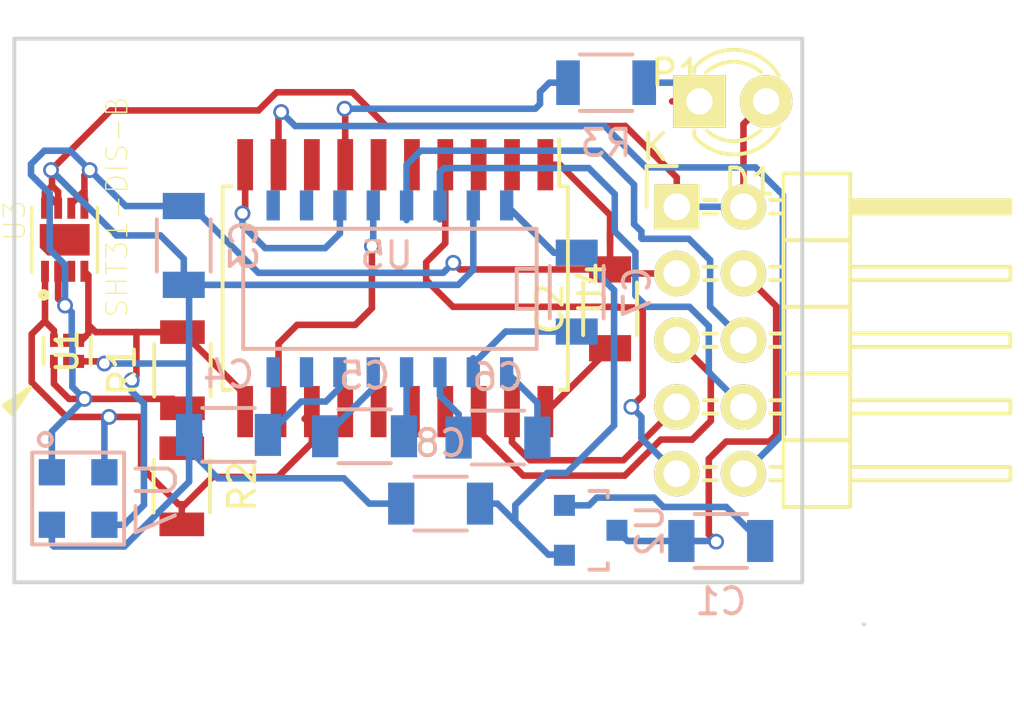
<source format=kicad_pcb>
(kicad_pcb (version 4) (host pcbnew 4.0.2+dfsg1-stable)

  (general
    (links 52)
    (no_connects 0)
    (area 146.456599 67.920799 178.9049 90.372001)
    (thickness 1.6)
    (drawings 5)
    (tracks 297)
    (zones 0)
    (modules 19)
    (nets 25)
  )

  (page A4)
  (layers
    (0 F.Cu signal)
    (31 B.Cu signal)
    (32 B.Adhes user)
    (33 F.Adhes user)
    (34 B.Paste user)
    (35 F.Paste user)
    (36 B.SilkS user)
    (37 F.SilkS user)
    (38 B.Mask user)
    (39 F.Mask user)
    (40 Dwgs.User user)
    (41 Cmts.User user)
    (42 Eco1.User user)
    (43 Eco2.User user)
    (44 Edge.Cuts user)
    (45 Margin user)
    (46 B.CrtYd user)
    (47 F.CrtYd user)
    (48 B.Fab user)
    (49 F.Fab user)
  )

  (setup
    (last_trace_width 0.25)
    (trace_clearance 0.2)
    (zone_clearance 0.508)
    (zone_45_only no)
    (trace_min 0.2)
    (segment_width 0.2)
    (edge_width 0.15)
    (via_size 0.6)
    (via_drill 0.4)
    (via_min_size 0.4)
    (via_min_drill 0.3)
    (uvia_size 0.3)
    (uvia_drill 0.1)
    (uvias_allowed no)
    (uvia_min_size 0.2)
    (uvia_min_drill 0.1)
    (pcb_text_width 0.3)
    (pcb_text_size 1.5 1.5)
    (mod_edge_width 0.15)
    (mod_text_size 1 1)
    (mod_text_width 0.15)
    (pad_size 1.524 1.524)
    (pad_drill 0.762)
    (pad_to_mask_clearance 0.2)
    (aux_axis_origin 0 0)
    (visible_elements FFFFEF7F)
    (pcbplotparams
      (layerselection 0x00030_80000001)
      (usegerberextensions false)
      (excludeedgelayer true)
      (linewidth 0.100000)
      (plotframeref false)
      (viasonmask false)
      (mode 1)
      (useauxorigin false)
      (hpglpennumber 1)
      (hpglpenspeed 20)
      (hpglpendiameter 15)
      (hpglpenoverlay 2)
      (psnegative false)
      (psa4output false)
      (plotreference true)
      (plotvalue true)
      (plotinvisibletext false)
      (padsonsilk false)
      (subtractmaskfromsilk false)
      (outputformat 1)
      (mirror false)
      (drillshape 0)
      (scaleselection 1)
      (outputdirectory /home/daniel/Sht31x/))
  )

  (net 0 "")
  (net 1 GND)
  (net 2 +3V3)
  (net 3 "Net-(C5-Pad1)")
  (net 4 "Net-(C6-Pad1)")
  (net 5 "Net-(R1-Pad2)")
  (net 6 "Net-(R2-Pad2)")
  (net 7 "Net-(R3-Pad1)")
  (net 8 "Net-(D1-Pad1)")
  (net 9 "Net-(C4-Pad1)")
  (net 10 "Net-(P1-Pad5)")
  (net 11 "Net-(C5-Pad2)")
  (net 12 "Net-(C1-Pad1)")
  (net 13 "Net-(C6-Pad2)")
  (net 14 "Net-(C7-Pad1)")
  (net 15 "Net-(C7-Pad2)")
  (net 16 "Net-(U4-Pad10)")
  (net 17 "Net-(U4-Pad12)")
  (net 18 "Net-(P1-Pad6)")
  (net 19 "Net-(P1-Pad10)")
  (net 20 "Net-(C1-Pad2)")
  (net 21 "Net-(C2-Pad1)")
  (net 22 "Net-(P1-Pad7)")
  (net 23 "Net-(P1-Pad8)")
  (net 24 "Net-(P1-Pad9)")

  (net_class Default "This is the default net class."
    (clearance 0.2)
    (trace_width 0.25)
    (via_dia 0.6)
    (via_drill 0.4)
    (uvia_dia 0.3)
    (uvia_drill 0.1)
    (add_net +3V3)
    (add_net GND)
    (add_net "Net-(C1-Pad1)")
    (add_net "Net-(C1-Pad2)")
    (add_net "Net-(C2-Pad1)")
    (add_net "Net-(C4-Pad1)")
    (add_net "Net-(C5-Pad1)")
    (add_net "Net-(C5-Pad2)")
    (add_net "Net-(C6-Pad1)")
    (add_net "Net-(C6-Pad2)")
    (add_net "Net-(C7-Pad1)")
    (add_net "Net-(C7-Pad2)")
    (add_net "Net-(D1-Pad1)")
    (add_net "Net-(P1-Pad10)")
    (add_net "Net-(P1-Pad5)")
    (add_net "Net-(P1-Pad6)")
    (add_net "Net-(P1-Pad7)")
    (add_net "Net-(P1-Pad8)")
    (add_net "Net-(P1-Pad9)")
    (add_net "Net-(R1-Pad2)")
    (add_net "Net-(R2-Pad2)")
    (add_net "Net-(R3-Pad1)")
    (add_net "Net-(U4-Pad10)")
    (add_net "Net-(U4-Pad12)")
  )

  (module Pin_Headers:Pin_Header_Angled_2x05 (layer F.Cu) (tedit 0) (tstamp 586E8770)
    (at 171.7548 74.3966)
    (descr "Through hole pin header")
    (tags "pin header")
    (path /586E1FC5)
    (fp_text reference P1 (at 0 -5.1) (layer F.SilkS)
      (effects (font (size 1 1) (thickness 0.15)))
    )
    (fp_text value CONN_02X05 (at 0 -3.1) (layer F.Fab)
      (effects (font (size 1 1) (thickness 0.15)))
    )
    (fp_line (start -1.35 -1.75) (end -1.35 11.95) (layer F.CrtYd) (width 0.05))
    (fp_line (start 13.2 -1.75) (end 13.2 11.95) (layer F.CrtYd) (width 0.05))
    (fp_line (start -1.35 -1.75) (end 13.2 -1.75) (layer F.CrtYd) (width 0.05))
    (fp_line (start -1.35 11.95) (end 13.2 11.95) (layer F.CrtYd) (width 0.05))
    (fp_line (start 1.524 10.414) (end 1.016 10.414) (layer F.SilkS) (width 0.15))
    (fp_line (start 1.524 9.906) (end 1.016 9.906) (layer F.SilkS) (width 0.15))
    (fp_line (start 1.524 7.874) (end 1.016 7.874) (layer F.SilkS) (width 0.15))
    (fp_line (start 1.524 7.366) (end 1.016 7.366) (layer F.SilkS) (width 0.15))
    (fp_line (start 1.524 -0.254) (end 1.016 -0.254) (layer F.SilkS) (width 0.15))
    (fp_line (start 1.524 0.254) (end 1.016 0.254) (layer F.SilkS) (width 0.15))
    (fp_line (start 1.524 5.334) (end 1.016 5.334) (layer F.SilkS) (width 0.15))
    (fp_line (start 1.524 4.826) (end 1.016 4.826) (layer F.SilkS) (width 0.15))
    (fp_line (start 1.524 2.794) (end 1.016 2.794) (layer F.SilkS) (width 0.15))
    (fp_line (start 1.524 2.286) (end 1.016 2.286) (layer F.SilkS) (width 0.15))
    (fp_line (start 4.064 10.414) (end 3.556 10.414) (layer F.SilkS) (width 0.15))
    (fp_line (start 4.064 9.906) (end 3.556 9.906) (layer F.SilkS) (width 0.15))
    (fp_line (start 4.064 -0.254) (end 3.556 -0.254) (layer F.SilkS) (width 0.15))
    (fp_line (start 4.064 0.254) (end 3.556 0.254) (layer F.SilkS) (width 0.15))
    (fp_line (start 4.064 2.286) (end 3.556 2.286) (layer F.SilkS) (width 0.15))
    (fp_line (start 4.064 2.794) (end 3.556 2.794) (layer F.SilkS) (width 0.15))
    (fp_line (start 4.064 7.874) (end 3.556 7.874) (layer F.SilkS) (width 0.15))
    (fp_line (start 4.064 7.366) (end 3.556 7.366) (layer F.SilkS) (width 0.15))
    (fp_line (start 4.064 5.334) (end 3.556 5.334) (layer F.SilkS) (width 0.15))
    (fp_line (start 4.064 4.826) (end 3.556 4.826) (layer F.SilkS) (width 0.15))
    (fp_line (start 0 -1.55) (end -1.15 -1.55) (layer F.SilkS) (width 0.15))
    (fp_line (start -1.15 -1.55) (end -1.15 0) (layer F.SilkS) (width 0.15))
    (fp_line (start 6.604 -0.127) (end 12.573 -0.127) (layer F.SilkS) (width 0.15))
    (fp_line (start 12.573 -0.127) (end 12.573 0.127) (layer F.SilkS) (width 0.15))
    (fp_line (start 12.573 0.127) (end 6.731 0.127) (layer F.SilkS) (width 0.15))
    (fp_line (start 6.731 0.127) (end 6.731 0) (layer F.SilkS) (width 0.15))
    (fp_line (start 6.731 0) (end 12.573 0) (layer F.SilkS) (width 0.15))
    (fp_line (start 4.064 8.89) (end 6.604 8.89) (layer F.SilkS) (width 0.15))
    (fp_line (start 4.064 8.89) (end 4.064 11.43) (layer F.SilkS) (width 0.15))
    (fp_line (start 6.604 9.906) (end 12.7 9.906) (layer F.SilkS) (width 0.15))
    (fp_line (start 12.7 9.906) (end 12.7 10.414) (layer F.SilkS) (width 0.15))
    (fp_line (start 12.7 10.414) (end 6.604 10.414) (layer F.SilkS) (width 0.15))
    (fp_line (start 6.604 11.43) (end 6.604 8.89) (layer F.SilkS) (width 0.15))
    (fp_line (start 4.064 11.43) (end 6.604 11.43) (layer F.SilkS) (width 0.15))
    (fp_line (start 4.064 3.81) (end 6.604 3.81) (layer F.SilkS) (width 0.15))
    (fp_line (start 4.064 3.81) (end 4.064 6.35) (layer F.SilkS) (width 0.15))
    (fp_line (start 4.064 6.35) (end 6.604 6.35) (layer F.SilkS) (width 0.15))
    (fp_line (start 6.604 4.826) (end 12.7 4.826) (layer F.SilkS) (width 0.15))
    (fp_line (start 12.7 4.826) (end 12.7 5.334) (layer F.SilkS) (width 0.15))
    (fp_line (start 12.7 5.334) (end 6.604 5.334) (layer F.SilkS) (width 0.15))
    (fp_line (start 6.604 6.35) (end 6.604 3.81) (layer F.SilkS) (width 0.15))
    (fp_line (start 6.604 8.89) (end 6.604 6.35) (layer F.SilkS) (width 0.15))
    (fp_line (start 12.7 7.874) (end 6.604 7.874) (layer F.SilkS) (width 0.15))
    (fp_line (start 12.7 7.366) (end 12.7 7.874) (layer F.SilkS) (width 0.15))
    (fp_line (start 6.604 7.366) (end 12.7 7.366) (layer F.SilkS) (width 0.15))
    (fp_line (start 4.064 8.89) (end 6.604 8.89) (layer F.SilkS) (width 0.15))
    (fp_line (start 4.064 6.35) (end 4.064 8.89) (layer F.SilkS) (width 0.15))
    (fp_line (start 4.064 6.35) (end 6.604 6.35) (layer F.SilkS) (width 0.15))
    (fp_line (start 4.064 1.27) (end 6.604 1.27) (layer F.SilkS) (width 0.15))
    (fp_line (start 4.064 1.27) (end 4.064 3.81) (layer F.SilkS) (width 0.15))
    (fp_line (start 4.064 3.81) (end 6.604 3.81) (layer F.SilkS) (width 0.15))
    (fp_line (start 6.604 2.286) (end 12.7 2.286) (layer F.SilkS) (width 0.15))
    (fp_line (start 12.7 2.286) (end 12.7 2.794) (layer F.SilkS) (width 0.15))
    (fp_line (start 12.7 2.794) (end 6.604 2.794) (layer F.SilkS) (width 0.15))
    (fp_line (start 6.604 3.81) (end 6.604 1.27) (layer F.SilkS) (width 0.15))
    (fp_line (start 6.604 1.27) (end 6.604 -1.27) (layer F.SilkS) (width 0.15))
    (fp_line (start 12.7 0.254) (end 6.604 0.254) (layer F.SilkS) (width 0.15))
    (fp_line (start 12.7 -0.254) (end 12.7 0.254) (layer F.SilkS) (width 0.15))
    (fp_line (start 6.604 -0.254) (end 12.7 -0.254) (layer F.SilkS) (width 0.15))
    (fp_line (start 4.064 1.27) (end 6.604 1.27) (layer F.SilkS) (width 0.15))
    (fp_line (start 4.064 -1.27) (end 4.064 1.27) (layer F.SilkS) (width 0.15))
    (fp_line (start 4.064 -1.27) (end 6.604 -1.27) (layer F.SilkS) (width 0.15))
    (pad 1 thru_hole rect (at 0 0) (size 1.7272 1.7272) (drill 1.016) (layers *.Cu *.Mask F.SilkS)
      (net 1 GND))
    (pad 2 thru_hole oval (at 2.54 0) (size 1.7272 1.7272) (drill 1.016) (layers *.Cu *.Mask F.SilkS)
      (net 1 GND))
    (pad 3 thru_hole oval (at 0 2.54) (size 1.7272 1.7272) (drill 1.016) (layers *.Cu *.Mask F.SilkS)
      (net 2 +3V3))
    (pad 4 thru_hole oval (at 2.54 2.54) (size 1.7272 1.7272) (drill 1.016) (layers *.Cu *.Mask F.SilkS)
      (net 12 "Net-(C1-Pad1)"))
    (pad 5 thru_hole oval (at 0 5.08) (size 1.7272 1.7272) (drill 1.016) (layers *.Cu *.Mask F.SilkS)
      (net 10 "Net-(P1-Pad5)"))
    (pad 6 thru_hole oval (at 2.54 5.08) (size 1.7272 1.7272) (drill 1.016) (layers *.Cu *.Mask F.SilkS)
      (net 18 "Net-(P1-Pad6)"))
    (pad 7 thru_hole oval (at 0 7.62) (size 1.7272 1.7272) (drill 1.016) (layers *.Cu *.Mask F.SilkS)
      (net 22 "Net-(P1-Pad7)"))
    (pad 8 thru_hole oval (at 2.54 7.62) (size 1.7272 1.7272) (drill 1.016) (layers *.Cu *.Mask F.SilkS)
      (net 23 "Net-(P1-Pad8)"))
    (pad 9 thru_hole oval (at 0 10.16) (size 1.7272 1.7272) (drill 1.016) (layers *.Cu *.Mask F.SilkS)
      (net 24 "Net-(P1-Pad9)"))
    (pad 10 thru_hole oval (at 2.54 10.16) (size 1.7272 1.7272) (drill 1.016) (layers *.Cu *.Mask F.SilkS)
      (net 19 "Net-(P1-Pad10)"))
    (model Pin_Headers.3dshapes/Pin_Header_Angled_2x05.wrl
      (at (xyz 0.05 -0.2 0))
      (scale (xyz 1 1 1))
      (rotate (xyz 0 0 90))
    )
  )

  (module LEDs:LED-3MM (layer F.Cu) (tedit 559B82F6) (tstamp 5840940A)
    (at 172.6184 70.3834)
    (descr "LED 3mm round vertical")
    (tags "LED  3mm round vertical")
    (path /584004CF)
    (fp_text reference D1 (at 1.91 3.06) (layer F.SilkS)
      (effects (font (size 1 1) (thickness 0.15)))
    )
    (fp_text value LED (at 1.3 -2.9) (layer F.Fab)
      (effects (font (size 1 1) (thickness 0.15)))
    )
    (fp_line (start -1.2 2.3) (end 3.8 2.3) (layer F.CrtYd) (width 0.05))
    (fp_line (start 3.8 2.3) (end 3.8 -2.2) (layer F.CrtYd) (width 0.05))
    (fp_line (start 3.8 -2.2) (end -1.2 -2.2) (layer F.CrtYd) (width 0.05))
    (fp_line (start -1.2 -2.2) (end -1.2 2.3) (layer F.CrtYd) (width 0.05))
    (fp_line (start -0.199 1.314) (end -0.199 1.114) (layer F.SilkS) (width 0.15))
    (fp_line (start -0.199 -1.28) (end -0.199 -1.1) (layer F.SilkS) (width 0.15))
    (fp_arc (start 1.301 0.034) (end -0.199 -1.286) (angle 108.5) (layer F.SilkS) (width 0.15))
    (fp_arc (start 1.301 0.034) (end 0.25 -1.1) (angle 85.7) (layer F.SilkS) (width 0.15))
    (fp_arc (start 1.311 0.034) (end 3.051 0.994) (angle 110) (layer F.SilkS) (width 0.15))
    (fp_arc (start 1.301 0.034) (end 2.335 1.094) (angle 87.5) (layer F.SilkS) (width 0.15))
    (fp_text user K (at -1.69 1.74) (layer F.SilkS)
      (effects (font (size 1 1) (thickness 0.15)))
    )
    (pad 1 thru_hole rect (at 0 0 90) (size 2 2) (drill 1.00076) (layers *.Cu *.Mask F.SilkS)
      (net 8 "Net-(D1-Pad1)"))
    (pad 2 thru_hole circle (at 2.54 0) (size 2 2) (drill 1.00076) (layers *.Cu *.Mask F.SilkS)
      (net 1 GND))
    (model LEDs.3dshapes/LED-3MM.wrl
      (at (xyz 0.05 0 0))
      (scale (xyz 1 1 1))
      (rotate (xyz 0 0 90))
    )
  )

  (module Resistors_SMD:R_1206 (layer F.Cu) (tedit 5415CFA7) (tstamp 5847045F)
    (at 152.9334 80.6196 90)
    (descr "Resistor SMD 1206, reflow soldering, Vishay (see dcrcw.pdf)")
    (tags "resistor 1206")
    (path /583FF529)
    (attr smd)
    (fp_text reference R1 (at 0 -2.3 90) (layer F.SilkS)
      (effects (font (size 1 1) (thickness 0.15)))
    )
    (fp_text value 10k (at 0 2.3 90) (layer F.Fab)
      (effects (font (size 1 1) (thickness 0.15)))
    )
    (fp_line (start -2.2 -1.2) (end 2.2 -1.2) (layer F.CrtYd) (width 0.05))
    (fp_line (start -2.2 1.2) (end 2.2 1.2) (layer F.CrtYd) (width 0.05))
    (fp_line (start -2.2 -1.2) (end -2.2 1.2) (layer F.CrtYd) (width 0.05))
    (fp_line (start 2.2 -1.2) (end 2.2 1.2) (layer F.CrtYd) (width 0.05))
    (fp_line (start 1 1.075) (end -1 1.075) (layer F.SilkS) (width 0.15))
    (fp_line (start -1 -1.075) (end 1 -1.075) (layer F.SilkS) (width 0.15))
    (pad 1 smd rect (at -1.45 0 90) (size 0.9 1.7) (layers F.Cu F.Paste F.Mask)
      (net 2 +3V3))
    (pad 2 smd rect (at 1.45 0 90) (size 0.9 1.7) (layers F.Cu F.Paste F.Mask)
      (net 5 "Net-(R1-Pad2)"))
    (model Resistors_SMD.3dshapes/R_1206.wrl
      (at (xyz 0 0 0))
      (scale (xyz 1 1 1))
      (rotate (xyz 0 0 0))
    )
  )

  (module Resistors_SMD:R_1206 (layer F.Cu) (tedit 5415CFA7) (tstamp 5847046A)
    (at 152.908 85.0392 270)
    (descr "Resistor SMD 1206, reflow soldering, Vishay (see dcrcw.pdf)")
    (tags "resistor 1206")
    (path /583FF5B0)
    (attr smd)
    (fp_text reference R2 (at 0 -2.3 270) (layer F.SilkS)
      (effects (font (size 1 1) (thickness 0.15)))
    )
    (fp_text value 10k (at 0 2.3 270) (layer F.Fab)
      (effects (font (size 1 1) (thickness 0.15)))
    )
    (fp_line (start -2.2 -1.2) (end 2.2 -1.2) (layer F.CrtYd) (width 0.05))
    (fp_line (start -2.2 1.2) (end 2.2 1.2) (layer F.CrtYd) (width 0.05))
    (fp_line (start -2.2 -1.2) (end -2.2 1.2) (layer F.CrtYd) (width 0.05))
    (fp_line (start 2.2 -1.2) (end 2.2 1.2) (layer F.CrtYd) (width 0.05))
    (fp_line (start 1 1.075) (end -1 1.075) (layer F.SilkS) (width 0.15))
    (fp_line (start -1 -1.075) (end 1 -1.075) (layer F.SilkS) (width 0.15))
    (pad 1 smd rect (at -1.45 0 270) (size 0.9 1.7) (layers F.Cu F.Paste F.Mask)
      (net 2 +3V3))
    (pad 2 smd rect (at 1.45 0 270) (size 0.9 1.7) (layers F.Cu F.Paste F.Mask)
      (net 6 "Net-(R2-Pad2)"))
    (model Resistors_SMD.3dshapes/R_1206.wrl
      (at (xyz 0 0 0))
      (scale (xyz 1 1 1))
      (rotate (xyz 0 0 0))
    )
  )

  (module Resistors_SMD:R_1206 (layer B.Cu) (tedit 5415CFA7) (tstamp 58470475)
    (at 169.0646 69.6722)
    (descr "Resistor SMD 1206, reflow soldering, Vishay (see dcrcw.pdf)")
    (tags "resistor 1206")
    (path /58400640)
    (attr smd)
    (fp_text reference R3 (at 0 2.3) (layer B.SilkS)
      (effects (font (size 1 1) (thickness 0.15)) (justify mirror))
    )
    (fp_text value 1k (at 0 -2.3) (layer B.Fab)
      (effects (font (size 1 1) (thickness 0.15)) (justify mirror))
    )
    (fp_line (start -2.2 1.2) (end 2.2 1.2) (layer B.CrtYd) (width 0.05))
    (fp_line (start -2.2 -1.2) (end 2.2 -1.2) (layer B.CrtYd) (width 0.05))
    (fp_line (start -2.2 1.2) (end -2.2 -1.2) (layer B.CrtYd) (width 0.05))
    (fp_line (start 2.2 1.2) (end 2.2 -1.2) (layer B.CrtYd) (width 0.05))
    (fp_line (start 1 -1.075) (end -1 -1.075) (layer B.SilkS) (width 0.15))
    (fp_line (start -1 1.075) (end 1 1.075) (layer B.SilkS) (width 0.15))
    (pad 1 smd rect (at -1.45 0) (size 0.9 1.7) (layers B.Cu B.Paste B.Mask)
      (net 7 "Net-(R3-Pad1)"))
    (pad 2 smd rect (at 1.45 0) (size 0.9 1.7) (layers B.Cu B.Paste B.Mask)
      (net 8 "Net-(D1-Pad1)"))
    (model Resistors_SMD.3dshapes/R_1206.wrl
      (at (xyz 0 0 0))
      (scale (xyz 1 1 1))
      (rotate (xyz 0 0 0))
    )
  )

  (module Capacitors_SMD:C_1206 (layer B.Cu) (tedit 5415D7BD) (tstamp 586BAE82)
    (at 173.4312 87.122)
    (descr "Capacitor SMD 1206, reflow soldering, AVX (see smccp.pdf)")
    (tags "capacitor 1206")
    (path /58400AC7)
    (attr smd)
    (fp_text reference C1 (at 0 2.3) (layer B.SilkS)
      (effects (font (size 1 1) (thickness 0.15)) (justify mirror))
    )
    (fp_text value 0.1uF (at 0 -2.3) (layer B.Fab)
      (effects (font (size 1 1) (thickness 0.15)) (justify mirror))
    )
    (fp_line (start -2.3 1.15) (end 2.3 1.15) (layer B.CrtYd) (width 0.05))
    (fp_line (start -2.3 -1.15) (end 2.3 -1.15) (layer B.CrtYd) (width 0.05))
    (fp_line (start -2.3 1.15) (end -2.3 -1.15) (layer B.CrtYd) (width 0.05))
    (fp_line (start 2.3 1.15) (end 2.3 -1.15) (layer B.CrtYd) (width 0.05))
    (fp_line (start 1 1.025) (end -1 1.025) (layer B.SilkS) (width 0.15))
    (fp_line (start -1 -1.025) (end 1 -1.025) (layer B.SilkS) (width 0.15))
    (pad 1 smd rect (at -1.5 0) (size 1 1.6) (layers B.Cu B.Paste B.Mask)
      (net 12 "Net-(C1-Pad1)"))
    (pad 2 smd rect (at 1.5 0) (size 1 1.6) (layers B.Cu B.Paste B.Mask)
      (net 20 "Net-(C1-Pad2)"))
    (model Capacitors_SMD.3dshapes/C_1206.wrl
      (at (xyz 0 0 0))
      (scale (xyz 1 1 1))
      (rotate (xyz 0 0 0))
    )
  )

  (module Capacitors_SMD:C_1206 (layer F.Cu) (tedit 5415D7BD) (tstamp 586BAE8D)
    (at 169.2148 78.2828 90)
    (descr "Capacitor SMD 1206, reflow soldering, AVX (see smccp.pdf)")
    (tags "capacitor 1206")
    (path /58402594)
    (attr smd)
    (fp_text reference C2 (at 0 -2.3 90) (layer F.SilkS)
      (effects (font (size 1 1) (thickness 0.15)))
    )
    (fp_text value 100nF (at 0 2.3 90) (layer F.Fab)
      (effects (font (size 1 1) (thickness 0.15)))
    )
    (fp_line (start -2.3 -1.15) (end 2.3 -1.15) (layer F.CrtYd) (width 0.05))
    (fp_line (start -2.3 1.15) (end 2.3 1.15) (layer F.CrtYd) (width 0.05))
    (fp_line (start -2.3 -1.15) (end -2.3 1.15) (layer F.CrtYd) (width 0.05))
    (fp_line (start 2.3 -1.15) (end 2.3 1.15) (layer F.CrtYd) (width 0.05))
    (fp_line (start 1 -1.025) (end -1 -1.025) (layer F.SilkS) (width 0.15))
    (fp_line (start -1 1.025) (end 1 1.025) (layer F.SilkS) (width 0.15))
    (pad 1 smd rect (at -1.5 0 90) (size 1 1.6) (layers F.Cu F.Paste F.Mask)
      (net 21 "Net-(C2-Pad1)"))
    (pad 2 smd rect (at 1.5 0 90) (size 1 1.6) (layers F.Cu F.Paste F.Mask)
      (net 2 +3V3))
    (model Capacitors_SMD.3dshapes/C_1206.wrl
      (at (xyz 0 0 0))
      (scale (xyz 1 1 1))
      (rotate (xyz 0 0 0))
    )
  )

  (module Capacitors_SMD:C_1206 (layer B.Cu) (tedit 5415D7BD) (tstamp 586BAE98)
    (at 152.9842 75.8698 90)
    (descr "Capacitor SMD 1206, reflow soldering, AVX (see smccp.pdf)")
    (tags "capacitor 1206")
    (path /583FF728)
    (attr smd)
    (fp_text reference C3 (at 0 2.3 90) (layer B.SilkS)
      (effects (font (size 1 1) (thickness 0.15)) (justify mirror))
    )
    (fp_text value 100nF (at 0 -2.3 90) (layer B.Fab)
      (effects (font (size 1 1) (thickness 0.15)) (justify mirror))
    )
    (fp_line (start -2.3 1.15) (end 2.3 1.15) (layer B.CrtYd) (width 0.05))
    (fp_line (start -2.3 -1.15) (end 2.3 -1.15) (layer B.CrtYd) (width 0.05))
    (fp_line (start -2.3 1.15) (end -2.3 -1.15) (layer B.CrtYd) (width 0.05))
    (fp_line (start 2.3 1.15) (end 2.3 -1.15) (layer B.CrtYd) (width 0.05))
    (fp_line (start 1 1.025) (end -1 1.025) (layer B.SilkS) (width 0.15))
    (fp_line (start -1 -1.025) (end 1 -1.025) (layer B.SilkS) (width 0.15))
    (pad 1 smd rect (at -1.5 0 90) (size 1 1.6) (layers B.Cu B.Paste B.Mask)
      (net 1 GND))
    (pad 2 smd rect (at 1.5 0 90) (size 1 1.6) (layers B.Cu B.Paste B.Mask)
      (net 2 +3V3))
    (model Capacitors_SMD.3dshapes/C_1206.wrl
      (at (xyz 0 0 0))
      (scale (xyz 1 1 1))
      (rotate (xyz 0 0 0))
    )
  )

  (module Capacitors_SMD:C_1206 (layer B.Cu) (tedit 5415D7BD) (tstamp 586BAEA3)
    (at 154.686 83.0834 180)
    (descr "Capacitor SMD 1206, reflow soldering, AVX (see smccp.pdf)")
    (tags "capacitor 1206")
    (path /58402955)
    (attr smd)
    (fp_text reference C4 (at 0 2.3 180) (layer B.SilkS)
      (effects (font (size 1 1) (thickness 0.15)) (justify mirror))
    )
    (fp_text value 100nF (at 0 -2.3 180) (layer B.Fab)
      (effects (font (size 1 1) (thickness 0.15)) (justify mirror))
    )
    (fp_line (start -2.3 1.15) (end 2.3 1.15) (layer B.CrtYd) (width 0.05))
    (fp_line (start -2.3 -1.15) (end 2.3 -1.15) (layer B.CrtYd) (width 0.05))
    (fp_line (start -2.3 1.15) (end -2.3 -1.15) (layer B.CrtYd) (width 0.05))
    (fp_line (start 2.3 1.15) (end 2.3 -1.15) (layer B.CrtYd) (width 0.05))
    (fp_line (start 1 1.025) (end -1 1.025) (layer B.SilkS) (width 0.15))
    (fp_line (start -1 -1.025) (end 1 -1.025) (layer B.SilkS) (width 0.15))
    (pad 1 smd rect (at -1.5 0 180) (size 1 1.6) (layers B.Cu B.Paste B.Mask)
      (net 9 "Net-(C4-Pad1)"))
    (pad 2 smd rect (at 1.5 0 180) (size 1 1.6) (layers B.Cu B.Paste B.Mask)
      (net 1 GND))
    (model Capacitors_SMD.3dshapes/C_1206.wrl
      (at (xyz 0 0 0))
      (scale (xyz 1 1 1))
      (rotate (xyz 0 0 0))
    )
  )

  (module Capacitors_SMD:C_1206 (layer B.Cu) (tedit 5415D7BD) (tstamp 586BAEAE)
    (at 159.8676 83.1342 180)
    (descr "Capacitor SMD 1206, reflow soldering, AVX (see smccp.pdf)")
    (tags "capacitor 1206")
    (path /583FFF27)
    (attr smd)
    (fp_text reference C5 (at 0 2.3 180) (layer B.SilkS)
      (effects (font (size 1 1) (thickness 0.15)) (justify mirror))
    )
    (fp_text value C (at 0 -2.3 180) (layer B.Fab)
      (effects (font (size 1 1) (thickness 0.15)) (justify mirror))
    )
    (fp_line (start -2.3 1.15) (end 2.3 1.15) (layer B.CrtYd) (width 0.05))
    (fp_line (start -2.3 -1.15) (end 2.3 -1.15) (layer B.CrtYd) (width 0.05))
    (fp_line (start -2.3 1.15) (end -2.3 -1.15) (layer B.CrtYd) (width 0.05))
    (fp_line (start 2.3 1.15) (end 2.3 -1.15) (layer B.CrtYd) (width 0.05))
    (fp_line (start 1 1.025) (end -1 1.025) (layer B.SilkS) (width 0.15))
    (fp_line (start -1 -1.025) (end 1 -1.025) (layer B.SilkS) (width 0.15))
    (pad 1 smd rect (at -1.5 0 180) (size 1 1.6) (layers B.Cu B.Paste B.Mask)
      (net 3 "Net-(C5-Pad1)"))
    (pad 2 smd rect (at 1.5 0 180) (size 1 1.6) (layers B.Cu B.Paste B.Mask)
      (net 11 "Net-(C5-Pad2)"))
    (model Capacitors_SMD.3dshapes/C_1206.wrl
      (at (xyz 0 0 0))
      (scale (xyz 1 1 1))
      (rotate (xyz 0 0 0))
    )
  )

  (module Capacitors_SMD:C_1206 (layer B.Cu) (tedit 5415D7BD) (tstamp 586BAEB9)
    (at 164.9476 83.185 180)
    (descr "Capacitor SMD 1206, reflow soldering, AVX (see smccp.pdf)")
    (tags "capacitor 1206")
    (path /583FFF7C)
    (attr smd)
    (fp_text reference C6 (at 0 2.3 180) (layer B.SilkS)
      (effects (font (size 1 1) (thickness 0.15)) (justify mirror))
    )
    (fp_text value C (at 0 -2.3 180) (layer B.Fab)
      (effects (font (size 1 1) (thickness 0.15)) (justify mirror))
    )
    (fp_line (start -2.3 1.15) (end 2.3 1.15) (layer B.CrtYd) (width 0.05))
    (fp_line (start -2.3 -1.15) (end 2.3 -1.15) (layer B.CrtYd) (width 0.05))
    (fp_line (start -2.3 1.15) (end -2.3 -1.15) (layer B.CrtYd) (width 0.05))
    (fp_line (start 2.3 1.15) (end 2.3 -1.15) (layer B.CrtYd) (width 0.05))
    (fp_line (start 1 1.025) (end -1 1.025) (layer B.SilkS) (width 0.15))
    (fp_line (start -1 -1.025) (end 1 -1.025) (layer B.SilkS) (width 0.15))
    (pad 1 smd rect (at -1.5 0 180) (size 1 1.6) (layers B.Cu B.Paste B.Mask)
      (net 4 "Net-(C6-Pad1)"))
    (pad 2 smd rect (at 1.5 0 180) (size 1 1.6) (layers B.Cu B.Paste B.Mask)
      (net 13 "Net-(C6-Pad2)"))
    (model Capacitors_SMD.3dshapes/C_1206.wrl
      (at (xyz 0 0 0))
      (scale (xyz 1 1 1))
      (rotate (xyz 0 0 0))
    )
  )

  (module Capacitors_SMD:C_1206 (layer B.Cu) (tedit 5415D7BD) (tstamp 586BAEC4)
    (at 167.9448 77.6478 90)
    (descr "Capacitor SMD 1206, reflow soldering, AVX (see smccp.pdf)")
    (tags "capacitor 1206")
    (path /58402ABA)
    (attr smd)
    (fp_text reference C7 (at 0 2.3 90) (layer B.SilkS)
      (effects (font (size 1 1) (thickness 0.15)) (justify mirror))
    )
    (fp_text value 100nF (at 0 -2.3 90) (layer B.Fab)
      (effects (font (size 1 1) (thickness 0.15)) (justify mirror))
    )
    (fp_line (start -2.3 1.15) (end 2.3 1.15) (layer B.CrtYd) (width 0.05))
    (fp_line (start -2.3 -1.15) (end 2.3 -1.15) (layer B.CrtYd) (width 0.05))
    (fp_line (start -2.3 1.15) (end -2.3 -1.15) (layer B.CrtYd) (width 0.05))
    (fp_line (start 2.3 1.15) (end 2.3 -1.15) (layer B.CrtYd) (width 0.05))
    (fp_line (start 1 1.025) (end -1 1.025) (layer B.SilkS) (width 0.15))
    (fp_line (start -1 -1.025) (end 1 -1.025) (layer B.SilkS) (width 0.15))
    (pad 1 smd rect (at -1.5 0 90) (size 1 1.6) (layers B.Cu B.Paste B.Mask)
      (net 14 "Net-(C7-Pad1)"))
    (pad 2 smd rect (at 1.5 0 90) (size 1 1.6) (layers B.Cu B.Paste B.Mask)
      (net 15 "Net-(C7-Pad2)"))
    (model Capacitors_SMD.3dshapes/C_1206.wrl
      (at (xyz 0 0 0))
      (scale (xyz 1 1 1))
      (rotate (xyz 0 0 0))
    )
  )

  (module uson-6:USON-6 (layer F.Cu) (tedit 53262D70) (tstamp 586BAECF)
    (at 148.5392 79.883 90)
    (path /5847DA4D)
    (fp_text reference U1 (at 0 0 90) (layer F.SilkS)
      (effects (font (size 0.81 0.81) (thickness 0.15)))
    )
    (fp_text value OPT3001 (at 0 0 90) (layer F.SilkS) hide
      (effects (font (size 0.81 0.81) (thickness 0.15)))
    )
    (fp_line (start -0.5 0.9) (end 0.5 0.9) (layer F.SilkS) (width 0.15))
    (fp_line (start 0.5 -0.9) (end -0.5 -0.9) (layer F.SilkS) (width 0.15))
    (fp_line (start -0.9 -0.9) (end 0.9 -0.9) (layer Cmts.User) (width 0.05))
    (fp_line (start 0.9 -0.9) (end 0.9 0.9) (layer Cmts.User) (width 0.05))
    (fp_line (start 0.9 0.9) (end -0.9 0.9) (layer Cmts.User) (width 0.05))
    (fp_line (start -0.9 0.9) (end -0.9 -0.9) (layer Cmts.User) (width 0.05))
    (fp_line (start -1.4 -1.4) (end -2.35 -2.15) (layer F.SilkS) (width 0.15))
    (fp_line (start -1.4 -1.4) (end -2.15 -2.35) (layer F.SilkS) (width 0.15))
    (fp_line (start -2.075 -2.425) (end -2.425 -2.075) (layer F.SilkS) (width 0.15))
    (fp_line (start -2.425 -2.075) (end -1.4 -1.4) (layer F.SilkS) (width 0.15))
    (fp_line (start -1.4 -1.4) (end -2.075 -2.425) (layer F.SilkS) (width 0.15))
    (fp_line (start -1.4 -1.4) (end -2.25 -2.25) (layer F.SilkS) (width 0.15))
    (pad 1 smd rect (at -0.4 -0.5 90) (size 0.5 0.3) (layers F.Cu F.Paste F.Mask)
      (net 2 +3V3))
    (pad 2 smd rect (at -0.4 0 90) (size 0.5 0.3) (layers F.Cu F.Paste F.Mask)
      (net 1 GND))
    (pad 3 smd rect (at -0.4 0.5 90) (size 0.5 0.3) (layers F.Cu F.Paste F.Mask)
      (net 1 GND))
    (pad 4 smd rect (at 0.4 0.5 90) (size 0.5 0.3) (layers F.Cu F.Paste F.Mask)
      (net 5 "Net-(R1-Pad2)"))
    (pad 5 smd rect (at 0.4 0 90) (size 0.5 0.3) (layers F.Cu F.Paste F.Mask))
    (pad 6 smd rect (at 0.4 -0.5 90) (size 0.5 0.3) (layers F.Cu F.Paste F.Mask)
      (net 6 "Net-(R2-Pad2)"))
  )

  (module SON50P250X250X100-9N (layer F.Cu) (tedit 0) (tstamp 586BAEF3)
    (at 148.4503 75.6539 90)
    (path /583FF3EB)
    (solder_mask_margin 0.1)
    (attr smd)
    (fp_text reference U3 (at 0.732 -1.908 90) (layer F.SilkS)
      (effects (font (size 0.8 0.8) (thickness 0.05)))
    )
    (fp_text value SHT31-DIS-B (at 1.24 1.992 90) (layer F.SilkS)
      (effects (font (size 0.8 0.8) (thickness 0.05)))
    )
    (fp_poly (pts (xy -0.3 -0.95) (xy 0.6 -0.95) (xy 0.6 0.95) (xy -0.6 0.95)
      (xy -0.6 -0.65)) (layer F.Cu) (width 0.001))
    (fp_poly (pts (xy -0.335 -0.685) (xy 0.335 -0.685) (xy 0.335 0.685) (xy -0.335 0.685)) (layer F.Paste) (width 0.381))
    (fp_poly (pts (xy -0.65 -0.65) (xy -0.3 -1) (xy 0.65 -1) (xy 0.65 1)
      (xy -0.65 1)) (layer F.Mask) (width 0.001))
    (fp_poly (pts (xy -1.65 -0.95) (xy -0.75 -0.95) (xy -0.75 -0.55) (xy -1.65 -0.55)) (layer F.Mask) (width 0.381))
    (fp_poly (pts (xy -1.65 -0.45) (xy -0.75 -0.45) (xy -0.75 -0.05) (xy -1.65 -0.05)) (layer F.Mask) (width 0.381))
    (fp_poly (pts (xy -1.65 0.05) (xy -0.75 0.05) (xy -0.75 0.45) (xy -1.65 0.45)) (layer F.Mask) (width 0.381))
    (fp_poly (pts (xy -1.65 0.55) (xy -0.75 0.55) (xy -0.75 0.95) (xy -1.65 0.95)) (layer F.Mask) (width 0.381))
    (fp_poly (pts (xy 0.75 -0.95) (xy 1.65 -0.95) (xy 1.65 -0.55) (xy 0.75 -0.55)) (layer F.Mask) (width 0.381))
    (fp_poly (pts (xy 0.75 -0.45) (xy 1.65 -0.45) (xy 1.65 -0.05) (xy 0.75 -0.05)) (layer F.Mask) (width 0.381))
    (fp_poly (pts (xy 0.75 0.05) (xy 1.65 0.05) (xy 1.65 0.45) (xy 0.75 0.45)) (layer F.Mask) (width 0.381))
    (fp_poly (pts (xy 0.75 0.55) (xy 1.65 0.55) (xy 1.65 0.95) (xy 0.75 0.95)) (layer F.Mask) (width 0.381))
    (fp_line (start -1.25 -1.25) (end 1.25 -1.25) (layer F.SilkS) (width 0.127))
    (fp_line (start -1.25 1.25) (end 1.25 1.25) (layer F.SilkS) (width 0.127))
    (fp_line (start -1.25 -1.25) (end -1.25 1.25) (layer Dwgs.User) (width 0.127))
    (fp_line (start 1.25 -1.25) (end 1.25 1.25) (layer Dwgs.User) (width 0.127))
    (fp_line (start -1.85 -1.55) (end 1.85 -1.55) (layer Dwgs.User) (width 0.05))
    (fp_line (start 1.85 -1.55) (end 1.85 1.55) (layer Dwgs.User) (width 0.05))
    (fp_line (start 1.85 1.55) (end -1.85 1.55) (layer Dwgs.User) (width 0.05))
    (fp_line (start -1.85 1.55) (end -1.85 -1.55) (layer Dwgs.User) (width 0.05))
    (fp_circle (center -2.1 -0.8) (end -1.98 -0.8) (layer F.SilkS) (width 0.2))
    (pad 1 smd rect (at -1.2 -0.75 90) (size 0.8 0.3) (layers F.Cu F.Paste F.Mask)
      (net 6 "Net-(R2-Pad2)"))
    (pad 2 smd rect (at -1.2 -0.25 90) (size 0.8 0.3) (layers F.Cu F.Paste F.Mask)
      (net 2 +3V3))
    (pad 3 smd rect (at -1.2 0.25 90) (size 0.8 0.3) (layers F.Cu F.Paste F.Mask))
    (pad 4 smd rect (at -1.2 0.75 90) (size 0.8 0.3) (layers F.Cu F.Paste F.Mask)
      (net 5 "Net-(R1-Pad2)"))
    (pad 5 smd rect (at 1.2 0.75 270) (size 0.8 0.3) (layers F.Cu F.Paste F.Mask)
      (net 2 +3V3))
    (pad 6 smd rect (at 1.2 0.25 270) (size 0.8 0.3) (layers F.Cu F.Paste F.Mask)
      (net 2 +3V3))
    (pad 7 smd rect (at 1.2 -0.25 270) (size 0.8 0.3) (layers F.Cu F.Paste F.Mask)
      (net 1 GND))
    (pad 8 smd rect (at 1.2 -0.75 270) (size 0.8 0.3) (layers F.Cu F.Paste F.Mask)
      (net 1 GND))
    (pad 9 smd rect (at 0 0 90) (size 0.2 1) (layers F.Cu F.Paste F.Mask)
      (solder_mask_margin 0.2))
  )

  (module Housings_SOIC:SOIC-20_7.5x12.8mm_Pitch1.27mm (layer F.Cu) (tedit 54130A77) (tstamp 586BAF13)
    (at 161.036 77.4954 270)
    (descr "20-Lead Plastic Small Outline (SO) - Wide, 7.50 mm Body [SOIC] (see Microchip Packaging Specification 00000049BS.pdf)")
    (tags "SOIC 1.27")
    (path /583FF807)
    (attr smd)
    (fp_text reference U4 (at 0 -7.5 270) (layer F.SilkS)
      (effects (font (size 1 1) (thickness 0.15)))
    )
    (fp_text value PIC16F1508 (at 0 7.5 270) (layer F.Fab)
      (effects (font (size 1 1) (thickness 0.15)))
    )
    (fp_line (start -5.95 -6.75) (end -5.95 6.75) (layer F.CrtYd) (width 0.05))
    (fp_line (start 5.95 -6.75) (end 5.95 6.75) (layer F.CrtYd) (width 0.05))
    (fp_line (start -5.95 -6.75) (end 5.95 -6.75) (layer F.CrtYd) (width 0.05))
    (fp_line (start -5.95 6.75) (end 5.95 6.75) (layer F.CrtYd) (width 0.05))
    (fp_line (start -3.875 -6.575) (end -3.875 -6.24) (layer F.SilkS) (width 0.15))
    (fp_line (start 3.875 -6.575) (end 3.875 -6.24) (layer F.SilkS) (width 0.15))
    (fp_line (start 3.875 6.575) (end 3.875 6.24) (layer F.SilkS) (width 0.15))
    (fp_line (start -3.875 6.575) (end -3.875 6.24) (layer F.SilkS) (width 0.15))
    (fp_line (start -3.875 -6.575) (end 3.875 -6.575) (layer F.SilkS) (width 0.15))
    (fp_line (start -3.875 6.575) (end 3.875 6.575) (layer F.SilkS) (width 0.15))
    (fp_line (start -3.875 -6.24) (end -5.675 -6.24) (layer F.SilkS) (width 0.15))
    (pad 1 smd rect (at -4.7 -5.715 270) (size 1.95 0.6) (layers F.Cu F.Paste F.Mask)
      (net 2 +3V3))
    (pad 2 smd rect (at -4.7 -4.445 270) (size 1.95 0.6) (layers F.Cu F.Paste F.Mask))
    (pad 3 smd rect (at -4.7 -3.175 270) (size 1.95 0.6) (layers F.Cu F.Paste F.Mask))
    (pad 4 smd rect (at -4.7 -1.905 270) (size 1.95 0.6) (layers F.Cu F.Paste F.Mask)
      (net 24 "Net-(P1-Pad9)"))
    (pad 5 smd rect (at -4.7 -0.635 270) (size 1.95 0.6) (layers F.Cu F.Paste F.Mask))
    (pad 6 smd rect (at -4.7 0.635 270) (size 1.95 0.6) (layers F.Cu F.Paste F.Mask))
    (pad 7 smd rect (at -4.7 1.905 270) (size 1.95 0.6) (layers F.Cu F.Paste F.Mask)
      (net 7 "Net-(R3-Pad1)"))
    (pad 8 smd rect (at -4.7 3.175 270) (size 1.95 0.6) (layers F.Cu F.Paste F.Mask))
    (pad 9 smd rect (at -4.7 4.445 270) (size 1.95 0.6) (layers F.Cu F.Paste F.Mask)
      (net 19 "Net-(P1-Pad10)"))
    (pad 10 smd rect (at -4.7 5.715 270) (size 1.95 0.6) (layers F.Cu F.Paste F.Mask)
      (net 16 "Net-(U4-Pad10)"))
    (pad 11 smd rect (at 4.7 5.715 270) (size 1.95 0.6) (layers F.Cu F.Paste F.Mask)
      (net 5 "Net-(R1-Pad2)"))
    (pad 12 smd rect (at 4.7 4.445 270) (size 1.95 0.6) (layers F.Cu F.Paste F.Mask)
      (net 17 "Net-(U4-Pad12)"))
    (pad 13 smd rect (at 4.7 3.175 270) (size 1.95 0.6) (layers F.Cu F.Paste F.Mask)
      (net 6 "Net-(R2-Pad2)"))
    (pad 14 smd rect (at 4.7 1.905 270) (size 1.95 0.6) (layers F.Cu F.Paste F.Mask))
    (pad 15 smd rect (at 4.7 0.635 270) (size 1.95 0.6) (layers F.Cu F.Paste F.Mask))
    (pad 16 smd rect (at 4.7 -0.635 270) (size 1.95 0.6) (layers F.Cu F.Paste F.Mask))
    (pad 17 smd rect (at 4.7 -1.905 270) (size 1.95 0.6) (layers F.Cu F.Paste F.Mask))
    (pad 18 smd rect (at 4.7 -3.175 270) (size 1.95 0.6) (layers F.Cu F.Paste F.Mask)
      (net 10 "Net-(P1-Pad5)"))
    (pad 19 smd rect (at 4.7 -4.445 270) (size 1.95 0.6) (layers F.Cu F.Paste F.Mask)
      (net 22 "Net-(P1-Pad7)"))
    (pad 20 smd rect (at 4.7 -5.715 270) (size 1.95 0.6) (layers F.Cu F.Paste F.Mask)
      (net 21 "Net-(C2-Pad1)"))
    (model Housings_SOIC.3dshapes/SOIC-20_7.5x12.8mm_Pitch1.27mm.wrl
      (at (xyz 0 0 0))
      (scale (xyz 1 1 1))
      (rotate (xyz 0 0 0))
    )
  )

  (module SMD_Packages:SO-16-N (layer B.Cu) (tedit 0) (tstamp 586BAF35)
    (at 160.8328 77.5208 180)
    (descr "Module CMS SOJ 16 pins large")
    (tags "CMS SOJ")
    (path /583FFBAA)
    (attr smd)
    (fp_text reference U5 (at 0.127 1.27 180) (layer B.SilkS)
      (effects (font (size 1 1) (thickness 0.15)) (justify mirror))
    )
    (fp_text value MAX232 (at 0 -1.27 180) (layer B.Fab)
      (effects (font (size 1 1) (thickness 0.15)) (justify mirror))
    )
    (fp_line (start -5.588 0.762) (end -4.826 0.762) (layer B.SilkS) (width 0.15))
    (fp_line (start -4.826 0.762) (end -4.826 -0.762) (layer B.SilkS) (width 0.15))
    (fp_line (start -4.826 -0.762) (end -5.588 -0.762) (layer B.SilkS) (width 0.15))
    (fp_line (start 5.588 2.286) (end 5.588 -2.286) (layer B.SilkS) (width 0.15))
    (fp_line (start 5.588 -2.286) (end -5.588 -2.286) (layer B.SilkS) (width 0.15))
    (fp_line (start -5.588 -2.286) (end -5.588 2.286) (layer B.SilkS) (width 0.15))
    (fp_line (start -5.588 2.286) (end 5.588 2.286) (layer B.SilkS) (width 0.15))
    (pad 16 smd rect (at -4.445 3.175 180) (size 0.508 1.143) (layers B.Cu B.Paste B.Mask)
      (net 15 "Net-(C7-Pad2)"))
    (pad 14 smd rect (at -1.905 3.175 180) (size 0.508 1.143) (layers B.Cu B.Paste B.Mask)
      (net 23 "Net-(P1-Pad8)"))
    (pad 13 smd rect (at -0.635 3.175 180) (size 0.508 1.143) (layers B.Cu B.Paste B.Mask)
      (net 18 "Net-(P1-Pad6)"))
    (pad 12 smd rect (at 0.635 3.175 180) (size 0.508 1.143) (layers B.Cu B.Paste B.Mask)
      (net 17 "Net-(U4-Pad12)"))
    (pad 11 smd rect (at 1.905 3.175 180) (size 0.508 1.143) (layers B.Cu B.Paste B.Mask)
      (net 16 "Net-(U4-Pad10)"))
    (pad 10 smd rect (at 3.175 3.175 180) (size 0.508 1.143) (layers B.Cu B.Paste B.Mask))
    (pad 9 smd rect (at 4.445 3.175 180) (size 0.508 1.143) (layers B.Cu B.Paste B.Mask))
    (pad 8 smd rect (at 4.445 -3.175 180) (size 0.508 1.143) (layers B.Cu B.Paste B.Mask))
    (pad 7 smd rect (at 3.175 -3.175 180) (size 0.508 1.143) (layers B.Cu B.Paste B.Mask))
    (pad 6 smd rect (at 1.905 -3.175 180) (size 0.508 1.143) (layers B.Cu B.Paste B.Mask)
      (net 9 "Net-(C4-Pad1)"))
    (pad 5 smd rect (at 0.635 -3.175 180) (size 0.508 1.143) (layers B.Cu B.Paste B.Mask)
      (net 11 "Net-(C5-Pad2)"))
    (pad 4 smd rect (at -0.635 -3.175 180) (size 0.508 1.143) (layers B.Cu B.Paste B.Mask)
      (net 3 "Net-(C5-Pad1)"))
    (pad 3 smd rect (at -1.905 -3.175 180) (size 0.508 1.143) (layers B.Cu B.Paste B.Mask)
      (net 13 "Net-(C6-Pad2)"))
    (pad 2 smd rect (at -3.175 -3.175 180) (size 0.508 1.143) (layers B.Cu B.Paste B.Mask)
      (net 14 "Net-(C7-Pad1)"))
    (pad 1 smd rect (at -4.445 -3.175 180) (size 0.508 1.143) (layers B.Cu B.Paste B.Mask)
      (net 4 "Net-(C6-Pad1)"))
    (pad 15 smd rect (at -3.175 3.175 180) (size 0.508 1.143) (layers B.Cu B.Paste B.Mask)
      (net 1 GND))
    (model SMD_Packages.3dshapes/SO-16-N.wrl
      (at (xyz 0 0 0))
      (scale (xyz 0.5 0.4 0.5))
      (rotate (xyz 0 0 0))
    )
  )

  (module Capacitors_SMD:C_1206 (layer B.Cu) (tedit 5415D7BD) (tstamp 586CD099)
    (at 162.7632 85.6996 180)
    (descr "Capacitor SMD 1206, reflow soldering, AVX (see smccp.pdf)")
    (tags "capacitor 1206")
    (path /586CD9CD)
    (attr smd)
    (fp_text reference C8 (at 0 2.3 180) (layer B.SilkS)
      (effects (font (size 1 1) (thickness 0.15)) (justify mirror))
    )
    (fp_text value 100nF (at 0 -2.3 180) (layer B.Fab)
      (effects (font (size 1 1) (thickness 0.15)) (justify mirror))
    )
    (fp_line (start -2.3 1.15) (end 2.3 1.15) (layer B.CrtYd) (width 0.05))
    (fp_line (start -2.3 -1.15) (end 2.3 -1.15) (layer B.CrtYd) (width 0.05))
    (fp_line (start -2.3 1.15) (end -2.3 -1.15) (layer B.CrtYd) (width 0.05))
    (fp_line (start 2.3 1.15) (end 2.3 -1.15) (layer B.CrtYd) (width 0.05))
    (fp_line (start 1 1.025) (end -1 1.025) (layer B.SilkS) (width 0.15))
    (fp_line (start -1 -1.025) (end 1 -1.025) (layer B.SilkS) (width 0.15))
    (pad 1 smd rect (at -1.5 0 180) (size 1 1.6) (layers B.Cu B.Paste B.Mask)
      (net 15 "Net-(C7-Pad2)"))
    (pad 2 smd rect (at 1.5 0 180) (size 1 1.6) (layers B.Cu B.Paste B.Mask)
      (net 1 GND))
    (model Capacitors_SMD.3dshapes/C_1206.wrl
      (at (xyz 0 0 0))
      (scale (xyz 1 1 1))
      (rotate (xyz 0 0 0))
    )
  )

  (module TO_SOT_Packages_SMD:SOT-23 (layer B.Cu) (tedit 553634F8) (tstamp 586E2302)
    (at 168.4782 86.7156 90)
    (descr "SOT-23, Standard")
    (tags SOT-23)
    (path /58400911)
    (attr smd)
    (fp_text reference U2 (at 0 2.25 90) (layer B.SilkS)
      (effects (font (size 1 1) (thickness 0.15)) (justify mirror))
    )
    (fp_text value LM2931AZ-3.3/5.0 (at 0 -2.3 90) (layer B.Fab)
      (effects (font (size 1 1) (thickness 0.15)) (justify mirror))
    )
    (fp_line (start -1.65 1.6) (end 1.65 1.6) (layer B.CrtYd) (width 0.05))
    (fp_line (start 1.65 1.6) (end 1.65 -1.6) (layer B.CrtYd) (width 0.05))
    (fp_line (start 1.65 -1.6) (end -1.65 -1.6) (layer B.CrtYd) (width 0.05))
    (fp_line (start -1.65 -1.6) (end -1.65 1.6) (layer B.CrtYd) (width 0.05))
    (fp_line (start 1.29916 0.65024) (end 1.2509 0.65024) (layer B.SilkS) (width 0.15))
    (fp_line (start -1.49982 -0.0508) (end -1.49982 0.65024) (layer B.SilkS) (width 0.15))
    (fp_line (start -1.49982 0.65024) (end -1.2509 0.65024) (layer B.SilkS) (width 0.15))
    (fp_line (start 1.29916 0.65024) (end 1.49982 0.65024) (layer B.SilkS) (width 0.15))
    (fp_line (start 1.49982 0.65024) (end 1.49982 -0.0508) (layer B.SilkS) (width 0.15))
    (pad 1 smd rect (at -0.95 -1.00076 90) (size 0.8001 0.8001) (layers B.Cu B.Paste B.Mask)
      (net 15 "Net-(C7-Pad2)"))
    (pad 2 smd rect (at 0.95 -1.00076 90) (size 0.8001 0.8001) (layers B.Cu B.Paste B.Mask)
      (net 20 "Net-(C1-Pad2)"))
    (pad 3 smd rect (at 0 0.99822 90) (size 0.8001 0.8001) (layers B.Cu B.Paste B.Mask)
      (net 12 "Net-(C1-Pad1)"))
    (model TO_SOT_Packages_SMD.3dshapes/SOT-23.wrl
      (at (xyz 0 0 0))
      (scale (xyz 1 1 1))
      (rotate (xyz 0 0 0))
    )
  )

  (module KiC:MS563702 (layer B.Cu) (tedit 57640437) (tstamp 586F86D8)
    (at 148.9616 85.5058 270)
    (path /586F781B)
    (fp_text reference U7 (at 0 -3 270) (layer B.SilkS)
      (effects (font (size 1.5 1.5) (thickness 0.15)) (justify mirror))
    )
    (fp_text value MS5637 (at 0 3 270) (layer B.Fab) hide
      (effects (font (size 1.5 1.5) (thickness 0.15)) (justify mirror))
    )
    (fp_circle (center -2.25 1.25) (end -2 1.25) (layer B.SilkS) (width 0.15))
    (fp_line (start -1.75 1.75) (end -1.75 -1.75) (layer B.SilkS) (width 0.15))
    (fp_line (start -1.75 -1.75) (end 1.75 -1.75) (layer B.SilkS) (width 0.15))
    (fp_line (start 1.75 -1.75) (end 1.75 1.75) (layer B.SilkS) (width 0.15))
    (fp_line (start 1.75 1.75) (end -1.75 1.75) (layer B.SilkS) (width 0.15))
    (pad 1 smd rect (at -1 1 270) (size 1 1) (layers B.Cu B.Paste B.Mask)
      (net 2 +3V3))
    (pad 2 smd rect (at -1 -1 270) (size 1 1) (layers B.Cu B.Paste B.Mask)
      (net 6 "Net-(R2-Pad2)"))
    (pad 4 smd rect (at 1 1 270) (size 1 1) (layers B.Cu B.Paste B.Mask)
      (net 1 GND))
    (pad 3 smd rect (at 1 -1 270) (size 1 1) (layers B.Cu B.Paste B.Mask)
      (net 5 "Net-(R1-Pad2)"))
  )

  (gr_line (start 178.8922 90.297) (end 178.8668 90.297) (angle 90) (layer Edge.Cuts) (width 0.15))
  (gr_line (start 146.5316 88.694) (end 176.5316 88.694) (angle 90) (layer Edge.Cuts) (width 0.15))
  (gr_line (start 146.5316 67.9958) (end 146.5316 88.694) (angle 90) (layer Edge.Cuts) (width 0.15))
  (gr_line (start 176.5316 67.9958) (end 146.5316 67.9958) (angle 90) (layer Edge.Cuts) (width 0.15))
  (gr_line (start 176.5316 88.694) (end 176.5316 67.9958) (angle 90) (layer Edge.Cuts) (width 0.15))

  (segment (start 147.9616 86.5058) (end 147.9616 87.2558) (width 0.25) (layer B.Cu) (net 1))
  (segment (start 147.9616 87.2558) (end 148.036601 87.330801) (width 0.25) (layer B.Cu) (net 1))
  (segment (start 148.036601 87.330801) (end 150.721601 87.330801) (width 0.25) (layer B.Cu) (net 1))
  (segment (start 150.721601 87.330801) (end 153.186 84.866402) (width 0.25) (layer B.Cu) (net 1))
  (segment (start 153.186 84.866402) (end 153.186 84.1334) (width 0.25) (layer B.Cu) (net 1))
  (segment (start 153.186 84.1334) (end 153.186 83.0834) (width 0.25) (layer B.Cu) (net 1))
  (segment (start 148.163601 86.270601) (end 148.0886 86.1956) (width 0.25) (layer B.Cu) (net 1))
  (segment (start 154.0342 77.3698) (end 152.9842 77.3698) (width 0.25) (layer B.Cu) (net 1))
  (segment (start 164.0078 74.3458) (end 164.0078 76.794804) (width 0.25) (layer B.Cu) (net 1))
  (segment (start 164.0078 76.794804) (end 163.432804 77.3698) (width 0.25) (layer B.Cu) (net 1))
  (segment (start 163.432804 77.3698) (end 154.0342 77.3698) (width 0.25) (layer B.Cu) (net 1))
  (segment (start 155.829 70.728398) (end 150.200802 70.728398) (width 0.25) (layer F.Cu) (net 1))
  (segment (start 150.200802 70.728398) (end 147.9296 72.9996) (width 0.25) (layer F.Cu) (net 1))
  (segment (start 156.519599 70.037799) (end 155.829 70.728398) (width 0.25) (layer F.Cu) (net 1))
  (segment (start 169.795 71.3232) (end 160.691002 71.3232) (width 0.25) (layer F.Cu) (net 1))
  (segment (start 160.691002 71.3232) (end 159.405601 70.037799) (width 0.25) (layer F.Cu) (net 1))
  (segment (start 159.405601 70.037799) (end 156.519599 70.037799) (width 0.25) (layer F.Cu) (net 1))
  (segment (start 171.7548 74.3966) (end 171.7548 73.283) (width 0.25) (layer F.Cu) (net 1))
  (segment (start 171.7548 73.283) (end 169.795 71.3232) (width 0.25) (layer F.Cu) (net 1))
  (segment (start 174.2948 74.3966) (end 174.2948 71.247) (width 0.25) (layer F.Cu) (net 1) (status 10))
  (segment (start 174.2948 71.247) (end 175.1584 70.3834) (width 0.25) (layer F.Cu) (net 1) (tstamp 586E920B) (status 20))
  (segment (start 149.0392 80.283) (end 149.879 80.283) (width 0.25) (layer F.Cu) (net 1) (status 10))
  (segment (start 149.9616 80.3656) (end 153.186 80.3656) (width 0.25) (layer B.Cu) (net 1) (tstamp 586E9201))
  (via (at 149.9616 80.3656) (size 0.6) (drill 0.4) (layers F.Cu B.Cu) (net 1))
  (segment (start 149.879 80.283) (end 149.9616 80.3656) (width 0.25) (layer F.Cu) (net 1) (tstamp 586E91FF))
  (segment (start 148.5392 80.283) (end 149.0392 80.283) (width 0.25) (layer F.Cu) (net 1) (status 30))
  (segment (start 147.9677 73.5965) (end 147.9677 73.0377) (width 0.25) (layer F.Cu) (net 1))
  (segment (start 152.9842 76.3778) (end 152.9842 77.3698) (width 0.25) (layer B.Cu) (net 1) (tstamp 586E91DD) (status 20))
  (segment (start 152.0952 75.4888) (end 152.9842 76.3778) (width 0.25) (layer B.Cu) (net 1) (tstamp 586E91DC))
  (segment (start 150.4188 75.4888) (end 152.0952 75.4888) (width 0.25) (layer B.Cu) (net 1) (tstamp 586E91DB))
  (segment (start 147.9296 72.9996) (end 150.4188 75.4888) (width 0.25) (layer B.Cu) (net 1) (tstamp 586E91DA))
  (via (at 147.9296 72.9996) (size 0.6) (drill 0.4) (layers F.Cu B.Cu) (net 1))
  (segment (start 147.9677 73.0377) (end 147.9296 72.9996) (width 0.25) (layer F.Cu) (net 1) (tstamp 586E91D8))
  (segment (start 171.7548 74.3966) (end 174.2948 74.3966) (width 0.25) (layer B.Cu) (net 1) (status 30))
  (segment (start 153.186 83.0834) (end 153.186 80.3656) (width 0.25) (layer B.Cu) (net 1) (status 10))
  (segment (start 153.186 80.3656) (end 153.186 77.5716) (width 0.25) (layer B.Cu) (net 1) (tstamp 586E9205) (status 20))
  (segment (start 153.186 77.5716) (end 152.9842 77.3698) (width 0.25) (layer B.Cu) (net 1) (tstamp 586E9195) (status 30))
  (segment (start 161.2632 85.6996) (end 160.0454 85.6996) (width 0.25) (layer B.Cu) (net 1) (status 10))
  (segment (start 154.2796 84.7344) (end 153.186 83.6408) (width 0.25) (layer B.Cu) (net 1) (tstamp 586E9191) (status 20))
  (segment (start 159.0802 84.7344) (end 154.2796 84.7344) (width 0.25) (layer B.Cu) (net 1) (tstamp 586E9190))
  (segment (start 160.0454 85.6996) (end 159.0802 84.7344) (width 0.25) (layer B.Cu) (net 1) (tstamp 586E918F))
  (segment (start 153.186 83.6408) (end 153.186 83.0834) (width 0.25) (layer B.Cu) (net 1) (tstamp 586E9192) (status 30))
  (segment (start 153.186 83.0834) (end 153.5938 83.0834) (width 0.25) (layer B.Cu) (net 1) (status 30))
  (segment (start 148.2003 74.4539) (end 148.2003 73.8291) (width 0.25) (layer F.Cu) (net 1) (status 10))
  (segment (start 148.2003 73.8291) (end 147.9677 73.5965) (width 0.25) (layer F.Cu) (net 1) (tstamp 586E8C9A))
  (segment (start 147.7003 74.4539) (end 147.7003 73.8639) (width 0.25) (layer F.Cu) (net 1) (status 10))
  (segment (start 147.7003 73.8639) (end 147.9677 73.5965) (width 0.25) (layer F.Cu) (net 1) (tstamp 586E8C87))
  (segment (start 147.7003 74.4539) (end 147.7003 73.8385) (width 0.25) (layer F.Cu) (net 1) (status 10))
  (segment (start 147.7003 73.8385) (end 148.2003 74.3385) (width 0.25) (layer F.Cu) (net 1) (tstamp 586CD25A) (status 20))
  (segment (start 148.2003 74.3385) (end 148.2003 74.4539) (width 0.25) (layer F.Cu) (net 1) (tstamp 586CD25B) (status 30))
  (segment (start 169.2148 75.311) (end 169.2148 75.7936) (width 0.25) (layer F.Cu) (net 2))
  (segment (start 169.2148 75.7936) (end 169.2148 76.7828) (width 0.25) (layer F.Cu) (net 2))
  (segment (start 166.751 72.7954) (end 167.301 72.7954) (width 0.25) (layer F.Cu) (net 2))
  (segment (start 167.301 72.7954) (end 169.2148 74.7092) (width 0.25) (layer F.Cu) (net 2))
  (segment (start 169.2148 74.7092) (end 169.2148 75.7936) (width 0.25) (layer F.Cu) (net 2))
  (segment (start 147.9616 84.5058) (end 147.9616 82.9498) (width 0.25) (layer B.Cu) (net 2))
  (segment (start 147.9616 82.9498) (end 149.1996 81.7118) (width 0.25) (layer B.Cu) (net 2))
  (segment (start 162.8648 76.9112) (end 162.945801 76.830199) (width 0.25) (layer B.Cu) (net 2))
  (via (at 163.2458 76.5302) (size 0.6) (drill 0.4) (layers F.Cu B.Cu) (net 2))
  (segment (start 153.2842 74.3698) (end 155.8256 76.9112) (width 0.25) (layer B.Cu) (net 2))
  (segment (start 155.8256 76.9112) (end 162.8648 76.9112) (width 0.25) (layer B.Cu) (net 2))
  (segment (start 162.945801 76.830199) (end 163.2458 76.5302) (width 0.25) (layer B.Cu) (net 2))
  (segment (start 163.4984 76.7828) (end 163.2458 76.5302) (width 0.25) (layer F.Cu) (net 2))
  (segment (start 169.2148 76.7828) (end 163.4984 76.7828) (width 0.25) (layer F.Cu) (net 2))
  (segment (start 152.9842 74.3698) (end 153.2842 74.3698) (width 0.25) (layer B.Cu) (net 2))
  (segment (start 149.1742 81.7118) (end 149.1996 81.7118) (width 0.25) (layer B.Cu) (net 2) (tstamp 586F86EF))
  (segment (start 152.908 83.5892) (end 152.908 82.095) (width 0.25) (layer F.Cu) (net 2))
  (segment (start 152.908 82.095) (end 152.9334 82.0696) (width 0.25) (layer F.Cu) (net 2) (tstamp 586E93CF))
  (segment (start 148.463 78.1558) (end 148.463 76.6064) (width 0.25) (layer B.Cu) (net 2))
  (segment (start 148.6662 72.263) (end 149.4028 72.9996) (width 0.25) (layer B.Cu) (net 2) (tstamp 586E929E))
  (segment (start 147.6756 72.263) (end 148.6662 72.263) (width 0.25) (layer B.Cu) (net 2) (tstamp 586E929D))
  (segment (start 147.1676 72.771) (end 147.6756 72.263) (width 0.25) (layer B.Cu) (net 2) (tstamp 586E929C))
  (segment (start 147.1676 73.1774) (end 147.1676 72.771) (width 0.25) (layer B.Cu) (net 2) (tstamp 586E929B))
  (segment (start 147.8788 73.8886) (end 147.1676 73.1774) (width 0.25) (layer B.Cu) (net 2) (tstamp 586E929A))
  (segment (start 147.8788 76.0222) (end 147.8788 73.8886) (width 0.25) (layer B.Cu) (net 2) (tstamp 586E9299))
  (segment (start 148.463 76.6064) (end 147.8788 76.0222) (width 0.25) (layer B.Cu) (net 2) (tstamp 586E9298))
  (via (at 149.1996 81.7118) (size 0.6) (drill 0.4) (layers F.Cu B.Cu) (net 2))
  (segment (start 148.2003 76.8539) (end 148.2003 77.8931) (width 0.25) (layer F.Cu) (net 2) (tstamp 586E9294) (status 10))
  (segment (start 148.463 78.1558) (end 148.2003 77.8931) (width 0.25) (layer F.Cu) (net 2) (tstamp 586E9293))
  (via (at 148.463 78.1558) (size 0.6) (drill 0.4) (layers F.Cu B.Cu) (net 2))
  (segment (start 148.717 78.4098) (end 148.463 78.1558) (width 0.25) (layer B.Cu) (net 2) (tstamp 586E9291))
  (segment (start 148.717 79.3496) (end 148.717 78.4098) (width 0.25) (layer B.Cu) (net 2) (tstamp 586E9290))
  (segment (start 148.7424 79.375) (end 148.717 79.3496) (width 0.25) (layer B.Cu) (net 2) (tstamp 586E928F))
  (segment (start 148.7424 81.2546) (end 148.7424 79.375) (width 0.25) (layer B.Cu) (net 2) (tstamp 586E928E))
  (segment (start 148.7424 81.2546) (end 149.1996 81.7118) (width 0.25) (layer B.Cu) (net 2) (tstamp 586E928D))
  (segment (start 148.0392 80.283) (end 148.0392 81.1356) (width 0.25) (layer F.Cu) (net 2) (status 10))
  (segment (start 148.6154 81.7118) (end 149.1996 81.7118) (width 0.25) (layer F.Cu) (net 2) (tstamp 586E91E8))
  (segment (start 149.1996 81.7118) (end 152.5756 81.7118) (width 0.25) (layer F.Cu) (net 2) (tstamp 586E928A) (status 20))
  (segment (start 148.0392 81.1356) (end 148.6154 81.7118) (width 0.25) (layer F.Cu) (net 2) (tstamp 586E91E7))
  (segment (start 152.5756 81.7118) (end 152.9334 82.0696) (width 0.25) (layer F.Cu) (net 2) (tstamp 586E91E9) (status 30))
  (segment (start 152.9842 74.3698) (end 150.773 74.3698) (width 0.25) (layer B.Cu) (net 2) (status 10))
  (segment (start 150.773 74.3698) (end 149.4028 72.9996) (width 0.25) (layer B.Cu) (net 2) (tstamp 586E91D1))
  (segment (start 149.2003 73.2021) (end 149.2003 74.4539) (width 0.25) (layer F.Cu) (net 2) (tstamp 586E91D5) (status 20))
  (via (at 149.4028 72.9996) (size 0.6) (drill 0.4) (layers F.Cu B.Cu) (net 2))
  (segment (start 149.4028 72.9996) (end 149.2003 73.2021) (width 0.25) (layer F.Cu) (net 2) (tstamp 586E91D4))
  (segment (start 149.2003 74.4539) (end 149.2003 73.7877) (width 0.25) (layer F.Cu) (net 2) (status 10))
  (segment (start 149.2003 73.7877) (end 148.7003 74.2877) (width 0.25) (layer F.Cu) (net 2) (tstamp 586E8D9D) (status 20))
  (segment (start 148.7003 74.2877) (end 148.7003 74.4539) (width 0.25) (layer F.Cu) (net 2) (tstamp 586E8D9E) (status 30))
  (segment (start 171.7548 76.9366) (end 169.3686 76.9366) (width 0.25) (layer F.Cu) (net 2) (status 30))
  (segment (start 169.3686 76.9366) (end 169.2148 76.7828) (width 0.25) (layer F.Cu) (net 2) (tstamp 586E8CC4) (status 30))
  (segment (start 166.751 72.7954) (end 166.751 72.8472) (width 0.25) (layer F.Cu) (net 2) (status 30))
  (segment (start 171.7548 76.9366) (end 171.5008 76.9366) (width 0.25) (layer F.Cu) (net 2) (status 30))
  (segment (start 153.6478 82.1954) (end 153.6468 82.1944) (width 0.25) (layer F.Cu) (net 2) (tstamp 586E8D2D) (status 30))
  (segment (start 161.4678 80.6958) (end 161.4678 83.034) (width 0.25) (layer B.Cu) (net 3) (status 30))
  (segment (start 161.4678 83.034) (end 161.3676 83.1342) (width 0.25) (layer B.Cu) (net 3) (tstamp 586E900D) (status 30))
  (segment (start 166.4476 83.185) (end 166.4476 81.8656) (width 0.25) (layer B.Cu) (net 4) (status 10))
  (segment (start 166.4476 81.8656) (end 165.2778 80.6958) (width 0.25) (layer B.Cu) (net 4) (tstamp 586E9017) (status 20))
  (segment (start 149.9616 86.5058) (end 150.7116 86.5058) (width 0.25) (layer B.Cu) (net 5))
  (segment (start 150.7116 86.5058) (end 151.467 85.7504) (width 0.25) (layer B.Cu) (net 5))
  (segment (start 151.467 85.7504) (end 151.467 81.888864) (width 0.25) (layer B.Cu) (net 5))
  (segment (start 151.467 81.888864) (end 151.003 81.424864) (width 0.25) (layer B.Cu) (net 5))
  (segment (start 151.003 81.424864) (end 151.003 81.0006) (width 0.25) (layer B.Cu) (net 5))
  (segment (start 151.1808 79.1696) (end 151.1808 80.8228) (width 0.25) (layer F.Cu) (net 5))
  (segment (start 151.003 81.0006) (end 151.1554 81.153) (width 0.25) (layer B.Cu) (net 5) (tstamp 586F870F))
  (via (at 151.003 81.0006) (size 0.6) (drill 0.4) (layers F.Cu B.Cu) (net 5))
  (segment (start 151.1808 80.8228) (end 151.003 81.0006) (width 0.25) (layer F.Cu) (net 5) (tstamp 586F870D))
  (segment (start 152.9334 79.1696) (end 151.1808 79.1696) (width 0.25) (layer F.Cu) (net 5) (status 10))
  (segment (start 151.1808 79.1696) (end 149.6292 79.1696) (width 0.25) (layer F.Cu) (net 5) (tstamp 586F870B) (status 10))
  (segment (start 149.6292 79.1696) (end 149.352 78.8924) (width 0.25) (layer F.Cu) (net 5) (tstamp 586E91E2))
  (segment (start 149.0392 79.483) (end 149.0916 79.483) (width 0.25) (layer F.Cu) (net 5) (status 30))
  (segment (start 149.0916 79.483) (end 149.352 79.2226) (width 0.25) (layer F.Cu) (net 5) (tstamp 586E915A) (status 10))
  (segment (start 149.352 79.2226) (end 149.352 78.8924) (width 0.25) (layer F.Cu) (net 5) (tstamp 586E915B))
  (segment (start 149.352 78.8924) (end 149.352 77.0056) (width 0.25) (layer F.Cu) (net 5) (tstamp 586E91E5))
  (segment (start 149.352 77.0056) (end 149.2003 76.8539) (width 0.25) (layer F.Cu) (net 5) (tstamp 586E915C) (status 20))
  (segment (start 152.9334 79.1696) (end 152.4486 79.1696) (width 0.25) (layer F.Cu) (net 5) (status 30))
  (segment (start 152.9039 79.1401) (end 152.9334 79.1696) (width 0.25) (layer F.Cu) (net 5) (tstamp 586E8E01) (status 30))
  (segment (start 155.321 82.1954) (end 155.321 81.5572) (width 0.25) (layer F.Cu) (net 5) (status 30))
  (segment (start 155.321 81.5572) (end 152.9334 79.1696) (width 0.25) (layer F.Cu) (net 5) (tstamp 586E8D69) (status 30))
  (segment (start 151.2824 82.3976) (end 150.1394 82.3976) (width 0.25) (layer F.Cu) (net 6))
  (segment (start 150.1394 82.3976) (end 148.5138 82.3976) (width 0.25) (layer F.Cu) (net 6))
  (via (at 150.1394 82.3976) (size 0.6) (drill 0.4) (layers F.Cu B.Cu) (net 6))
  (segment (start 149.9616 84.5058) (end 149.9616 82.5754) (width 0.25) (layer B.Cu) (net 6))
  (segment (start 149.9616 82.5754) (end 150.1394 82.3976) (width 0.25) (layer B.Cu) (net 6))
  (segment (start 153.035 85.725) (end 152.781 85.725) (width 0.25) (layer F.Cu) (net 6))
  (segment (start 147.193 79.248) (end 147.7003 78.7407) (width 0.25) (layer F.Cu) (net 6) (tstamp 586E93CC))
  (segment (start 147.193 81.0768) (end 147.193 79.248) (width 0.25) (layer F.Cu) (net 6) (tstamp 586E93CA))
  (segment (start 148.5138 82.3976) (end 147.7645 81.6483) (width 0.25) (layer F.Cu) (net 6) (tstamp 586E93C8))
  (segment (start 147.7645 81.6483) (end 147.193 81.0768) (width 0.25) (layer F.Cu) (net 6) (tstamp 586F874F))
  (segment (start 151.3586 82.4738) (end 151.2824 82.3976) (width 0.25) (layer F.Cu) (net 6) (tstamp 586E93C6))
  (segment (start 151.3586 84.3026) (end 151.3586 82.4738) (width 0.25) (layer F.Cu) (net 6) (tstamp 586E93C4))
  (segment (start 152.781 85.725) (end 151.3586 84.3026) (width 0.25) (layer F.Cu) (net 6) (tstamp 586E93C3))
  (segment (start 152.908 86.4892) (end 152.908 85.852) (width 0.25) (layer F.Cu) (net 6) (status 10))
  (segment (start 157.861 83.3882) (end 157.861 82.1954) (width 0.25) (layer F.Cu) (net 6) (tstamp 586E93BD) (status 20))
  (segment (start 156.5656 84.6836) (end 157.861 83.3882) (width 0.25) (layer F.Cu) (net 6) (tstamp 586E93BC))
  (segment (start 154.0764 84.6836) (end 156.5656 84.6836) (width 0.25) (layer F.Cu) (net 6) (tstamp 586E93BA))
  (segment (start 152.908 85.852) (end 153.035 85.725) (width 0.25) (layer F.Cu) (net 6) (tstamp 586E93B9))
  (segment (start 153.035 85.725) (end 154.0764 84.6836) (width 0.25) (layer F.Cu) (net 6) (tstamp 586E93C1))
  (segment (start 157.5838 82.4726) (end 157.861 82.1954) (width 0.25) (layer F.Cu) (net 6) (tstamp 586E926C) (status 30))
  (segment (start 148.0392 79.483) (end 148.0392 79.1036) (width 0.25) (layer F.Cu) (net 6) (status 10))
  (segment (start 148.0392 79.1036) (end 147.7003 78.7647) (width 0.25) (layer F.Cu) (net 6) (tstamp 586E9156))
  (segment (start 147.7003 78.7647) (end 147.7003 78.7407) (width 0.25) (layer F.Cu) (net 6) (tstamp 586E9157))
  (segment (start 147.7003 78.7407) (end 147.7003 76.8539) (width 0.25) (layer F.Cu) (net 6) (tstamp 586E9280) (status 20))
  (segment (start 157.861 83.058) (end 157.861 82.1954) (width 0.25) (layer F.Cu) (net 6) (tstamp 586E8CD2) (status 30))
  (segment (start 166.5478 70.0278) (end 166.9034 69.6722) (width 0.25) (layer B.Cu) (net 7))
  (segment (start 166.9034 69.6722) (end 167.6146 69.6722) (width 0.25) (layer B.Cu) (net 7))
  (segment (start 166.37 70.6628) (end 166.5478 70.485) (width 0.25) (layer B.Cu) (net 7))
  (segment (start 166.5478 70.485) (end 166.5478 70.0278) (width 0.25) (layer B.Cu) (net 7))
  (segment (start 159.1056 70.6628) (end 166.37 70.6628) (width 0.25) (layer B.Cu) (net 7))
  (segment (start 159.131 71.3994) (end 159.131 70.6882) (width 0.25) (layer F.Cu) (net 7))
  (segment (start 159.131 70.6882) (end 159.1056 70.6628) (width 0.25) (layer F.Cu) (net 7))
  (via (at 159.1056 70.6628) (size 0.6) (drill 0.4) (layers F.Cu B.Cu) (net 7))
  (segment (start 159.131 72.7954) (end 159.131 71.3994) (width 0.25) (layer F.Cu) (net 7) (status 10))
  (segment (start 170.5146 69.6722) (end 171.9072 69.6722) (width 0.25) (layer B.Cu) (net 8))
  (segment (start 171.9072 69.6722) (end 172.6184 70.3834) (width 0.25) (layer B.Cu) (net 8))
  (segment (start 172.6184 70.3834) (end 171.5792 70.3834) (width 0.25) (layer F.Cu) (net 8) (status 10))
  (segment (start 158.9278 80.6958) (end 158.9278 81.28) (width 0.25) (layer B.Cu) (net 9) (status 10))
  (segment (start 157.456 81.8134) (end 156.186 83.0834) (width 0.25) (layer B.Cu) (net 9) (tstamp 586E938B) (status 20))
  (segment (start 158.3944 81.8134) (end 157.456 81.8134) (width 0.25) (layer B.Cu) (net 9) (tstamp 586E938A))
  (segment (start 158.9278 81.28) (end 158.3944 81.8134) (width 0.25) (layer B.Cu) (net 9) (tstamp 586E9389))
  (segment (start 164.211 82.1954) (end 164.211 82.931) (width 0.25) (layer F.Cu) (net 10) (status 30))
  (segment (start 164.211 82.931) (end 165.9128 84.6328) (width 0.25) (layer F.Cu) (net 10) (tstamp 586E8CA7) (status 10))
  (segment (start 165.9128 84.6328) (end 169.774998 84.6328) (width 0.25) (layer F.Cu) (net 10) (tstamp 586E8CA8))
  (segment (start 169.774998 84.6328) (end 171.146598 83.2612) (width 0.25) (layer F.Cu) (net 10) (tstamp 586E8CAA))
  (segment (start 171.146598 83.2612) (end 172.339 83.2612) (width 0.25) (layer F.Cu) (net 10) (tstamp 586E8CAC))
  (segment (start 172.339 83.2612) (end 173.0502 82.55) (width 0.25) (layer F.Cu) (net 10) (tstamp 586E8CAD))
  (segment (start 173.0502 82.55) (end 173.0502 80.772) (width 0.25) (layer F.Cu) (net 10) (tstamp 586E8CAE))
  (segment (start 173.0502 80.772) (end 171.7548 79.4766) (width 0.25) (layer F.Cu) (net 10) (tstamp 586E8CAF) (status 20))
  (segment (start 171.5262 78.9178) (end 171.5262 78.994) (width 0.25) (layer F.Cu) (net 10) (status 30))
  (segment (start 160.1978 80.6958) (end 160.1978 81.3054) (width 0.25) (layer B.Cu) (net 11) (status 10))
  (segment (start 160.1978 81.3054) (end 158.369 83.1342) (width 0.25) (layer B.Cu) (net 11) (tstamp 586E9010) (status 20))
  (segment (start 158.369 83.1342) (end 158.3676 83.1342) (width 0.25) (layer B.Cu) (net 11) (tstamp 586E9011) (status 30))
  (segment (start 171.9312 87.122) (end 173.228 87.122) (width 0.25) (layer B.Cu) (net 12) (status 10))
  (segment (start 175.5394 78.1812) (end 174.2948 76.9366) (width 0.25) (layer F.Cu) (net 12) (tstamp 586E9398) (status 20))
  (segment (start 175.5394 83.0834) (end 175.5394 78.1812) (width 0.25) (layer F.Cu) (net 12) (tstamp 586E9397))
  (segment (start 175.2854 83.3374) (end 175.5394 83.0834) (width 0.25) (layer F.Cu) (net 12) (tstamp 586E9396))
  (segment (start 173.6344 83.3374) (end 175.2854 83.3374) (width 0.25) (layer F.Cu) (net 12) (tstamp 586E9395))
  (segment (start 172.974 83.9978) (end 173.6344 83.3374) (width 0.25) (layer F.Cu) (net 12) (tstamp 586E9394))
  (segment (start 172.974 86.868) (end 172.974 83.9978) (width 0.25) (layer F.Cu) (net 12) (tstamp 586E9393))
  (segment (start 173.2534 87.1474) (end 172.974 86.868) (width 0.25) (layer F.Cu) (net 12) (tstamp 586E9392))
  (via (at 173.2534 87.1474) (size 0.6) (drill 0.4) (layers F.Cu B.Cu) (net 12))
  (segment (start 173.228 87.122) (end 173.2534 87.1474) (width 0.25) (layer B.Cu) (net 12) (tstamp 586E9390))
  (segment (start 171.9312 87.122) (end 169.88282 87.122) (width 0.25) (layer B.Cu) (net 12) (status 10))
  (segment (start 169.88282 87.122) (end 169.47642 86.7156) (width 0.25) (layer B.Cu) (net 12) (tstamp 586E932F) (status 20))
  (segment (start 174.0662 76.3778) (end 174.0662 76.2508) (width 0.25) (layer F.Cu) (net 12) (status 30))
  (segment (start 162.7378 80.6958) (end 162.7378 81.5848) (width 0.25) (layer B.Cu) (net 13) (status 10))
  (segment (start 163.4476 82.2946) (end 163.4476 83.185) (width 0.25) (layer B.Cu) (net 13) (tstamp 586E900A) (status 20))
  (segment (start 162.7378 81.5848) (end 163.4476 82.2946) (width 0.25) (layer B.Cu) (net 13) (tstamp 586E9009))
  (segment (start 165.2383 79.1478) (end 164.0078 80.3783) (width 0.25) (layer B.Cu) (net 14))
  (segment (start 164.0078 80.3783) (end 164.0078 80.6958) (width 0.25) (layer B.Cu) (net 14))
  (segment (start 167.9448 79.1478) (end 165.2383 79.1478) (width 0.25) (layer B.Cu) (net 14))
  (segment (start 164.0078 80.6958) (end 164.0078 81.1276) (width 0.25) (layer B.Cu) (net 14) (status 30))
  (segment (start 164.0078 80.6958) (end 164.0078 80.1624) (width 0.25) (layer B.Cu) (net 14) (status 30))
  (segment (start 165.608 86.3854) (end 165.608 85.7504) (width 0.25) (layer B.Cu) (net 15))
  (segment (start 169.3672 77.5702) (end 167.9448 76.1478) (width 0.25) (layer B.Cu) (net 15) (tstamp 586E9339) (status 20))
  (segment (start 169.3672 82.7278) (end 169.3672 77.5702) (width 0.25) (layer B.Cu) (net 15) (tstamp 586E9337))
  (segment (start 167.5638 84.5312) (end 169.3672 82.7278) (width 0.25) (layer B.Cu) (net 15) (tstamp 586E9336))
  (segment (start 166.8272 84.5312) (end 167.5638 84.5312) (width 0.25) (layer B.Cu) (net 15) (tstamp 586E9335))
  (segment (start 165.608 85.7504) (end 166.8272 84.5312) (width 0.25) (layer B.Cu) (net 15) (tstamp 586E9334))
  (segment (start 167.9448 76.1478) (end 168.3498 76.1478) (width 0.25) (layer B.Cu) (net 15) (status 30))
  (segment (start 167.47744 87.6402) (end 166.8628 87.6402) (width 0.25) (layer B.Cu) (net 15) (status 10))
  (segment (start 164.9222 85.6996) (end 164.2632 85.6996) (width 0.25) (layer B.Cu) (net 15) (tstamp 586E92F6) (status 20))
  (segment (start 166.8628 87.6402) (end 165.608 86.3854) (width 0.25) (layer B.Cu) (net 15) (tstamp 586E92F5))
  (segment (start 165.608 86.3854) (end 164.9222 85.6996) (width 0.25) (layer B.Cu) (net 15) (tstamp 586E9332))
  (segment (start 167.9448 76.1478) (end 167.0798 76.1478) (width 0.25) (layer B.Cu) (net 15) (status 10))
  (segment (start 167.0798 76.1478) (end 165.2778 74.3458) (width 0.25) (layer B.Cu) (net 15) (tstamp 586E92DA) (status 20))
  (segment (start 164.2632 85.6996) (end 164.4396 85.6996) (width 0.25) (layer B.Cu) (net 15) (status 30))
  (segment (start 158.9278 74.3458) (end 158.9278 75.4126) (width 0.25) (layer B.Cu) (net 16) (status 10))
  (segment (start 155.321 74.549) (end 155.321 72.7954) (width 0.25) (layer F.Cu) (net 16) (tstamp 586E937E) (status 20))
  (segment (start 155.2194 74.6506) (end 155.321 74.549) (width 0.25) (layer F.Cu) (net 16) (tstamp 586E937D))
  (via (at 155.2194 74.6506) (size 0.6) (drill 0.4) (layers F.Cu B.Cu) (net 16))
  (segment (start 155.2194 75.1078) (end 155.2194 74.6506) (width 0.25) (layer B.Cu) (net 16) (tstamp 586E937B))
  (segment (start 156.083 75.9714) (end 155.2194 75.1078) (width 0.25) (layer B.Cu) (net 16) (tstamp 586E937A))
  (segment (start 158.369 75.9714) (end 156.083 75.9714) (width 0.25) (layer B.Cu) (net 16) (tstamp 586E9379))
  (segment (start 158.9278 75.4126) (end 158.369 75.9714) (width 0.25) (layer B.Cu) (net 16) (tstamp 586E9378))
  (segment (start 156.591 82.1954) (end 156.591 79.6036) (width 0.25) (layer F.Cu) (net 17) (status 10))
  (segment (start 160.1978 75.8444) (end 160.1978 74.3458) (width 0.25) (layer B.Cu) (net 17) (tstamp 586E91CD) (status 20))
  (segment (start 160.147 75.8952) (end 160.1978 75.8444) (width 0.25) (layer B.Cu) (net 17) (tstamp 586E91CC))
  (via (at 160.147 75.8952) (size 0.6) (drill 0.4) (layers F.Cu B.Cu) (net 17))
  (segment (start 160.147 78.2574) (end 160.147 75.8952) (width 0.25) (layer F.Cu) (net 17) (tstamp 586E91CA))
  (segment (start 159.512 78.8924) (end 160.147 78.2574) (width 0.25) (layer F.Cu) (net 17) (tstamp 586E91C9))
  (segment (start 157.3022 78.8924) (end 159.512 78.8924) (width 0.25) (layer F.Cu) (net 17) (tstamp 586E91C8))
  (segment (start 156.591 79.6036) (end 157.3022 78.8924) (width 0.25) (layer F.Cu) (net 17) (tstamp 586E91C6))
  (segment (start 161.4678 74.3458) (end 161.4678 72.7964) (width 0.25) (layer B.Cu) (net 18) (status 10))
  (segment (start 173.0248 78.2066) (end 174.2948 79.4766) (width 0.25) (layer B.Cu) (net 18) (tstamp 586E92B0) (status 20))
  (segment (start 173.0248 76.4286) (end 173.0248 78.2066) (width 0.25) (layer B.Cu) (net 18) (tstamp 586E92AF))
  (segment (start 172.212 75.6158) (end 173.0248 76.4286) (width 0.25) (layer B.Cu) (net 18) (tstamp 586E92AE))
  (segment (start 170.434 75.6158) (end 172.212 75.6158) (width 0.25) (layer B.Cu) (net 18) (tstamp 586E92AD))
  (segment (start 170.4086 75.5904) (end 170.434 75.6158) (width 0.25) (layer B.Cu) (net 18) (tstamp 586E92AC))
  (segment (start 170.4086 75.3364) (end 170.4086 75.5904) (width 0.25) (layer B.Cu) (net 18) (tstamp 586E92AB))
  (segment (start 170.1292 75.057) (end 170.4086 75.3364) (width 0.25) (layer B.Cu) (net 18) (tstamp 586E92AA))
  (segment (start 170.1292 73.5584) (end 170.1292 75.057) (width 0.25) (layer B.Cu) (net 18) (tstamp 586E92A9))
  (segment (start 168.8338 72.263) (end 170.1292 73.5584) (width 0.25) (layer B.Cu) (net 18) (tstamp 586E92A8))
  (segment (start 162.0012 72.263) (end 168.8338 72.263) (width 0.25) (layer B.Cu) (net 18) (tstamp 586E92A7))
  (segment (start 161.4678 72.7964) (end 162.0012 72.263) (width 0.25) (layer B.Cu) (net 18) (tstamp 586E92A6))
  (segment (start 161.4678 74.3458) (end 161.4678 74.9046) (width 0.25) (layer B.Cu) (net 18) (status 30))
  (segment (start 174.2948 79.4766) (end 174.2948 79.0956) (width 0.25) (layer B.Cu) (net 18) (status 30))
  (segment (start 156.591 72.7954) (end 156.591 70.8914) (width 0.25) (layer F.Cu) (net 19) (status 10))
  (segment (start 175.7934 83.058) (end 174.2948 84.5566) (width 0.25) (layer B.Cu) (net 19) (tstamp 586E9372) (status 20))
  (segment (start 175.7934 73.9394) (end 175.7934 83.058) (width 0.25) (layer B.Cu) (net 19) (tstamp 586E9370))
  (segment (start 174.752 72.898) (end 175.7934 73.9394) (width 0.25) (layer B.Cu) (net 19) (tstamp 586E936F))
  (segment (start 170.5864 72.898) (end 174.752 72.898) (width 0.25) (layer B.Cu) (net 19) (tstamp 586E936D))
  (segment (start 169.0116 71.3232) (end 170.5864 72.898) (width 0.25) (layer B.Cu) (net 19) (tstamp 586E936B))
  (segment (start 157.226 71.3232) (end 169.0116 71.3232) (width 0.25) (layer B.Cu) (net 19) (tstamp 586E936A))
  (segment (start 156.6926 70.7898) (end 157.226 71.3232) (width 0.25) (layer B.Cu) (net 19) (tstamp 586E9369))
  (via (at 156.6926 70.7898) (size 0.6) (drill 0.4) (layers F.Cu B.Cu) (net 19))
  (segment (start 156.591 70.8914) (end 156.6926 70.7898) (width 0.25) (layer F.Cu) (net 19) (tstamp 586E9367))
  (segment (start 167.47744 85.7656) (end 168.4122 85.7656) (width 0.25) (layer B.Cu) (net 20) (status 10))
  (segment (start 173.6358 85.8266) (end 174.9312 87.122) (width 0.25) (layer B.Cu) (net 20) (tstamp 586E9341) (status 20))
  (segment (start 171.2468 85.8266) (end 173.6358 85.8266) (width 0.25) (layer B.Cu) (net 20) (tstamp 586E9340))
  (segment (start 170.8912 85.471) (end 171.2468 85.8266) (width 0.25) (layer B.Cu) (net 20) (tstamp 586E933F))
  (segment (start 168.7068 85.471) (end 170.8912 85.471) (width 0.25) (layer B.Cu) (net 20) (tstamp 586E933E))
  (segment (start 168.4122 85.7656) (end 168.7068 85.471) (width 0.25) (layer B.Cu) (net 20) (tstamp 586E933D))
  (segment (start 166.751 82.1954) (end 166.8022 82.1954) (width 0.25) (layer F.Cu) (net 21) (status 30))
  (segment (start 166.8022 82.1954) (end 169.2148 79.7828) (width 0.25) (layer F.Cu) (net 21) (tstamp 586E8CB3) (status 30))
  (segment (start 165.481 82.1954) (end 165.481 83.3628) (width 0.25) (layer F.Cu) (net 22) (status 10))
  (segment (start 169.7228 84.0486) (end 171.7548 82.0166) (width 0.25) (layer F.Cu) (net 22) (tstamp 586E8CA1) (status 20))
  (segment (start 166.1668 84.0486) (end 169.7228 84.0486) (width 0.25) (layer F.Cu) (net 22) (tstamp 586E8CA0))
  (segment (start 165.481 83.3628) (end 166.1668 84.0486) (width 0.25) (layer F.Cu) (net 22) (tstamp 586E8C9F))
  (segment (start 162.7378 74.3458) (end 162.7378 73.0758) (width 0.25) (layer B.Cu) (net 23) (status 10))
  (segment (start 172.974 80.6958) (end 174.2948 82.0166) (width 0.25) (layer B.Cu) (net 23) (tstamp 586E92BE) (status 20))
  (segment (start 172.974 78.9432) (end 172.974 80.6958) (width 0.25) (layer B.Cu) (net 23) (tstamp 586E92BD))
  (segment (start 172.2374 78.2066) (end 172.974 78.9432) (width 0.25) (layer B.Cu) (net 23) (tstamp 586E92BC))
  (segment (start 170.6118 78.2066) (end 172.2374 78.2066) (width 0.25) (layer B.Cu) (net 23) (tstamp 586E92BB))
  (segment (start 170.18 77.7748) (end 170.6118 78.2066) (width 0.25) (layer B.Cu) (net 23) (tstamp 586E92BA))
  (segment (start 170.18 76.1238) (end 170.18 77.7748) (width 0.25) (layer B.Cu) (net 23) (tstamp 586E92B9))
  (segment (start 169.3926 75.3364) (end 170.18 76.1238) (width 0.25) (layer B.Cu) (net 23) (tstamp 586E92B8))
  (segment (start 169.3926 73.914) (end 169.3926 75.3364) (width 0.25) (layer B.Cu) (net 23) (tstamp 586E92B7))
  (segment (start 168.402 72.9234) (end 169.3926 73.914) (width 0.25) (layer B.Cu) (net 23) (tstamp 586E92B6))
  (segment (start 162.8902 72.9234) (end 168.402 72.9234) (width 0.25) (layer B.Cu) (net 23) (tstamp 586E92B5))
  (segment (start 162.7378 73.0758) (end 162.8902 72.9234) (width 0.25) (layer B.Cu) (net 23) (tstamp 586E92B4))
  (segment (start 162.7378 74.3458) (end 162.7378 74.8792) (width 0.25) (layer B.Cu) (net 23) (status 30))
  (segment (start 162.941 75.782996) (end 162.214398 76.509598) (width 0.25) (layer F.Cu) (net 24))
  (segment (start 170.3578 78.232) (end 170.4594 78.3336) (width 0.25) (layer F.Cu) (net 24))
  (segment (start 162.214398 76.509598) (end 162.214398 77.185802) (width 0.25) (layer F.Cu) (net 24))
  (segment (start 169.5196 78.2066) (end 169.545 78.232) (width 0.25) (layer F.Cu) (net 24))
  (segment (start 170.4594 81.5848) (end 170.327599 81.716601) (width 0.25) (layer F.Cu) (net 24))
  (segment (start 170.327599 81.716601) (end 170.0276 82.0166) (width 0.25) (layer F.Cu) (net 24))
  (segment (start 170.4594 78.3336) (end 170.4594 81.5848) (width 0.25) (layer F.Cu) (net 24))
  (segment (start 162.214398 77.185802) (end 163.235196 78.2066) (width 0.25) (layer F.Cu) (net 24))
  (segment (start 163.235196 78.2066) (end 169.5196 78.2066) (width 0.25) (layer F.Cu) (net 24))
  (segment (start 169.545 78.232) (end 170.3578 78.232) (width 0.25) (layer F.Cu) (net 24))
  (segment (start 162.941 72.7954) (end 162.941 75.782996) (width 0.25) (layer F.Cu) (net 24))
  (segment (start 170.4086 83.2104) (end 171.7548 84.5566) (width 0.25) (layer B.Cu) (net 24) (tstamp 586E9363) (status 20))
  (segment (start 170.4086 82.3976) (end 170.4086 83.2104) (width 0.25) (layer B.Cu) (net 24) (tstamp 586E9362))
  (segment (start 170.0276 82.0166) (end 170.4086 82.3976) (width 0.25) (layer B.Cu) (net 24) (tstamp 586E9361))
  (via (at 170.0276 82.0166) (size 0.6) (drill 0.4) (layers F.Cu B.Cu) (net 24))
  (segment (start 171.7548 84.5566) (end 172.2628 84.5566) (width 0.25) (layer F.Cu) (net 24) (status 30))

)

</source>
